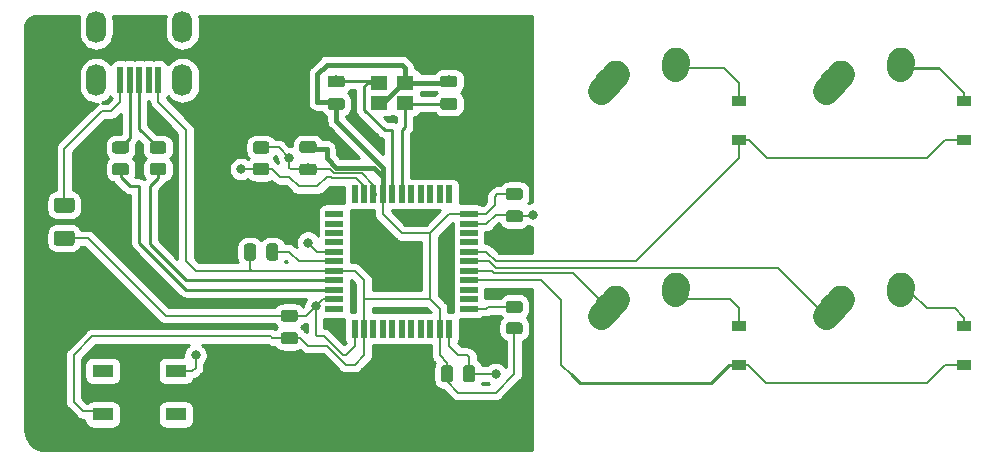
<source format=gbl>
G04 #@! TF.GenerationSoftware,KiCad,Pcbnew,(5.1.4-0-10_14)*
G04 #@! TF.CreationDate,2021-05-05T22:13:24+08:00*
G04 #@! TF.ProjectId,pcb-project,7063622d-7072-46f6-9a65-63742e6b6963,rev?*
G04 #@! TF.SameCoordinates,Original*
G04 #@! TF.FileFunction,Copper,L2,Bot*
G04 #@! TF.FilePolarity,Positive*
%FSLAX46Y46*%
G04 Gerber Fmt 4.6, Leading zero omitted, Abs format (unit mm)*
G04 Created by KiCad (PCBNEW (5.1.4-0-10_14)) date 2021-05-05 22:13:24*
%MOMM*%
%LPD*%
G04 APERTURE LIST*
%ADD10O,1.700000X2.700000*%
%ADD11R,0.500000X2.250000*%
%ADD12R,1.400000X1.200000*%
%ADD13R,0.550000X1.500000*%
%ADD14R,1.500000X0.550000*%
%ADD15R,1.800000X1.100000*%
%ADD16C,0.100000*%
%ADD17C,1.025000*%
%ADD18C,2.250000*%
%ADD19C,2.250000*%
%ADD20C,1.250000*%
%ADD21R,1.200000X0.900000*%
%ADD22C,1.000000*%
%ADD23C,0.800000*%
%ADD24C,0.381000*%
%ADD25C,0.200000*%
%ADD26C,0.254000*%
G04 APERTURE END LIST*
D10*
X166212500Y-104775000D03*
X173512500Y-104775000D03*
X173512500Y-109275000D03*
X166212500Y-109275000D03*
D11*
X168262500Y-109275000D03*
X169062500Y-109275000D03*
X169862500Y-109275000D03*
X170662500Y-109275000D03*
X171462500Y-109275000D03*
D12*
X192393750Y-109481250D03*
X190193750Y-109481250D03*
X190193750Y-111181250D03*
X192393750Y-111181250D03*
D13*
X188087500Y-130318750D03*
X188887500Y-130318750D03*
X189687500Y-130318750D03*
X190487500Y-130318750D03*
X191287500Y-130318750D03*
X192087500Y-130318750D03*
X192887500Y-130318750D03*
X193687500Y-130318750D03*
X194487500Y-130318750D03*
X195287500Y-130318750D03*
X196087500Y-130318750D03*
D14*
X197787500Y-128618750D03*
X197787500Y-127818750D03*
X197787500Y-127018750D03*
X197787500Y-126218750D03*
X197787500Y-125418750D03*
X197787500Y-124618750D03*
X197787500Y-123818750D03*
X197787500Y-123018750D03*
X197787500Y-122218750D03*
X197787500Y-121418750D03*
X197787500Y-120618750D03*
D13*
X196087500Y-118918750D03*
X195287500Y-118918750D03*
X194487500Y-118918750D03*
X193687500Y-118918750D03*
X192887500Y-118918750D03*
X192087500Y-118918750D03*
X191287500Y-118918750D03*
X190487500Y-118918750D03*
X189687500Y-118918750D03*
X188887500Y-118918750D03*
X188087500Y-118918750D03*
D14*
X186387500Y-120618750D03*
X186387500Y-121418750D03*
X186387500Y-122218750D03*
X186387500Y-123018750D03*
X186387500Y-123818750D03*
X186387500Y-124618750D03*
X186387500Y-125418750D03*
X186387500Y-126218750D03*
X186387500Y-127018750D03*
X186387500Y-127818750D03*
X186387500Y-128618750D03*
D15*
X172962500Y-137581250D03*
X166762500Y-133881250D03*
X172962500Y-133881250D03*
X166762500Y-137581250D03*
D16*
G36*
X202087005Y-127957454D02*
G01*
X202111273Y-127961054D01*
X202135072Y-127967015D01*
X202158171Y-127975280D01*
X202180350Y-127985770D01*
X202201393Y-127998382D01*
X202221099Y-128012997D01*
X202239277Y-128029473D01*
X202255753Y-128047651D01*
X202270368Y-128067357D01*
X202282980Y-128088400D01*
X202293470Y-128110579D01*
X202301735Y-128133678D01*
X202307696Y-128157477D01*
X202311296Y-128181745D01*
X202312500Y-128206249D01*
X202312500Y-128731251D01*
X202311296Y-128755755D01*
X202307696Y-128780023D01*
X202301735Y-128803822D01*
X202293470Y-128826921D01*
X202282980Y-128849100D01*
X202270368Y-128870143D01*
X202255753Y-128889849D01*
X202239277Y-128908027D01*
X202221099Y-128924503D01*
X202201393Y-128939118D01*
X202180350Y-128951730D01*
X202158171Y-128962220D01*
X202135072Y-128970485D01*
X202111273Y-128976446D01*
X202087005Y-128980046D01*
X202062501Y-128981250D01*
X201162499Y-128981250D01*
X201137995Y-128980046D01*
X201113727Y-128976446D01*
X201089928Y-128970485D01*
X201066829Y-128962220D01*
X201044650Y-128951730D01*
X201023607Y-128939118D01*
X201003901Y-128924503D01*
X200985723Y-128908027D01*
X200969247Y-128889849D01*
X200954632Y-128870143D01*
X200942020Y-128849100D01*
X200931530Y-128826921D01*
X200923265Y-128803822D01*
X200917304Y-128780023D01*
X200913704Y-128755755D01*
X200912500Y-128731251D01*
X200912500Y-128206249D01*
X200913704Y-128181745D01*
X200917304Y-128157477D01*
X200923265Y-128133678D01*
X200931530Y-128110579D01*
X200942020Y-128088400D01*
X200954632Y-128067357D01*
X200969247Y-128047651D01*
X200985723Y-128029473D01*
X201003901Y-128012997D01*
X201023607Y-127998382D01*
X201044650Y-127985770D01*
X201066829Y-127975280D01*
X201089928Y-127967015D01*
X201113727Y-127961054D01*
X201137995Y-127957454D01*
X201162499Y-127956250D01*
X202062501Y-127956250D01*
X202087005Y-127957454D01*
X202087005Y-127957454D01*
G37*
D17*
X201612500Y-128468750D03*
D16*
G36*
X202087005Y-129782454D02*
G01*
X202111273Y-129786054D01*
X202135072Y-129792015D01*
X202158171Y-129800280D01*
X202180350Y-129810770D01*
X202201393Y-129823382D01*
X202221099Y-129837997D01*
X202239277Y-129854473D01*
X202255753Y-129872651D01*
X202270368Y-129892357D01*
X202282980Y-129913400D01*
X202293470Y-129935579D01*
X202301735Y-129958678D01*
X202307696Y-129982477D01*
X202311296Y-130006745D01*
X202312500Y-130031249D01*
X202312500Y-130556251D01*
X202311296Y-130580755D01*
X202307696Y-130605023D01*
X202301735Y-130628822D01*
X202293470Y-130651921D01*
X202282980Y-130674100D01*
X202270368Y-130695143D01*
X202255753Y-130714849D01*
X202239277Y-130733027D01*
X202221099Y-130749503D01*
X202201393Y-130764118D01*
X202180350Y-130776730D01*
X202158171Y-130787220D01*
X202135072Y-130795485D01*
X202111273Y-130801446D01*
X202087005Y-130805046D01*
X202062501Y-130806250D01*
X201162499Y-130806250D01*
X201137995Y-130805046D01*
X201113727Y-130801446D01*
X201089928Y-130795485D01*
X201066829Y-130787220D01*
X201044650Y-130776730D01*
X201023607Y-130764118D01*
X201003901Y-130749503D01*
X200985723Y-130733027D01*
X200969247Y-130714849D01*
X200954632Y-130695143D01*
X200942020Y-130674100D01*
X200931530Y-130651921D01*
X200923265Y-130628822D01*
X200917304Y-130605023D01*
X200913704Y-130580755D01*
X200912500Y-130556251D01*
X200912500Y-130031249D01*
X200913704Y-130006745D01*
X200917304Y-129982477D01*
X200923265Y-129958678D01*
X200931530Y-129935579D01*
X200942020Y-129913400D01*
X200954632Y-129892357D01*
X200969247Y-129872651D01*
X200985723Y-129854473D01*
X201003901Y-129837997D01*
X201023607Y-129823382D01*
X201044650Y-129810770D01*
X201066829Y-129800280D01*
X201089928Y-129792015D01*
X201113727Y-129786054D01*
X201137995Y-129782454D01*
X201162499Y-129781250D01*
X202062501Y-129781250D01*
X202087005Y-129782454D01*
X202087005Y-129782454D01*
G37*
D17*
X201612500Y-130293750D03*
D16*
G36*
X180655755Y-116288704D02*
G01*
X180680023Y-116292304D01*
X180703822Y-116298265D01*
X180726921Y-116306530D01*
X180749100Y-116317020D01*
X180770143Y-116329632D01*
X180789849Y-116344247D01*
X180808027Y-116360723D01*
X180824503Y-116378901D01*
X180839118Y-116398607D01*
X180851730Y-116419650D01*
X180862220Y-116441829D01*
X180870485Y-116464928D01*
X180876446Y-116488727D01*
X180880046Y-116512995D01*
X180881250Y-116537499D01*
X180881250Y-117062501D01*
X180880046Y-117087005D01*
X180876446Y-117111273D01*
X180870485Y-117135072D01*
X180862220Y-117158171D01*
X180851730Y-117180350D01*
X180839118Y-117201393D01*
X180824503Y-117221099D01*
X180808027Y-117239277D01*
X180789849Y-117255753D01*
X180770143Y-117270368D01*
X180749100Y-117282980D01*
X180726921Y-117293470D01*
X180703822Y-117301735D01*
X180680023Y-117307696D01*
X180655755Y-117311296D01*
X180631251Y-117312500D01*
X179731249Y-117312500D01*
X179706745Y-117311296D01*
X179682477Y-117307696D01*
X179658678Y-117301735D01*
X179635579Y-117293470D01*
X179613400Y-117282980D01*
X179592357Y-117270368D01*
X179572651Y-117255753D01*
X179554473Y-117239277D01*
X179537997Y-117221099D01*
X179523382Y-117201393D01*
X179510770Y-117180350D01*
X179500280Y-117158171D01*
X179492015Y-117135072D01*
X179486054Y-117111273D01*
X179482454Y-117087005D01*
X179481250Y-117062501D01*
X179481250Y-116537499D01*
X179482454Y-116512995D01*
X179486054Y-116488727D01*
X179492015Y-116464928D01*
X179500280Y-116441829D01*
X179510770Y-116419650D01*
X179523382Y-116398607D01*
X179537997Y-116378901D01*
X179554473Y-116360723D01*
X179572651Y-116344247D01*
X179592357Y-116329632D01*
X179613400Y-116317020D01*
X179635579Y-116306530D01*
X179658678Y-116298265D01*
X179682477Y-116292304D01*
X179706745Y-116288704D01*
X179731249Y-116287500D01*
X180631251Y-116287500D01*
X180655755Y-116288704D01*
X180655755Y-116288704D01*
G37*
D17*
X180181250Y-116800000D03*
D16*
G36*
X180655755Y-114463704D02*
G01*
X180680023Y-114467304D01*
X180703822Y-114473265D01*
X180726921Y-114481530D01*
X180749100Y-114492020D01*
X180770143Y-114504632D01*
X180789849Y-114519247D01*
X180808027Y-114535723D01*
X180824503Y-114553901D01*
X180839118Y-114573607D01*
X180851730Y-114594650D01*
X180862220Y-114616829D01*
X180870485Y-114639928D01*
X180876446Y-114663727D01*
X180880046Y-114687995D01*
X180881250Y-114712499D01*
X180881250Y-115237501D01*
X180880046Y-115262005D01*
X180876446Y-115286273D01*
X180870485Y-115310072D01*
X180862220Y-115333171D01*
X180851730Y-115355350D01*
X180839118Y-115376393D01*
X180824503Y-115396099D01*
X180808027Y-115414277D01*
X180789849Y-115430753D01*
X180770143Y-115445368D01*
X180749100Y-115457980D01*
X180726921Y-115468470D01*
X180703822Y-115476735D01*
X180680023Y-115482696D01*
X180655755Y-115486296D01*
X180631251Y-115487500D01*
X179731249Y-115487500D01*
X179706745Y-115486296D01*
X179682477Y-115482696D01*
X179658678Y-115476735D01*
X179635579Y-115468470D01*
X179613400Y-115457980D01*
X179592357Y-115445368D01*
X179572651Y-115430753D01*
X179554473Y-115414277D01*
X179537997Y-115396099D01*
X179523382Y-115376393D01*
X179510770Y-115355350D01*
X179500280Y-115333171D01*
X179492015Y-115310072D01*
X179486054Y-115286273D01*
X179482454Y-115262005D01*
X179481250Y-115237501D01*
X179481250Y-114712499D01*
X179482454Y-114687995D01*
X179486054Y-114663727D01*
X179492015Y-114639928D01*
X179500280Y-114616829D01*
X179510770Y-114594650D01*
X179523382Y-114573607D01*
X179537997Y-114553901D01*
X179554473Y-114535723D01*
X179572651Y-114519247D01*
X179592357Y-114504632D01*
X179613400Y-114492020D01*
X179635579Y-114481530D01*
X179658678Y-114473265D01*
X179682477Y-114467304D01*
X179706745Y-114463704D01*
X179731249Y-114462500D01*
X180631251Y-114462500D01*
X180655755Y-114463704D01*
X180655755Y-114463704D01*
G37*
D17*
X180181250Y-114975000D03*
D16*
G36*
X171924505Y-114463704D02*
G01*
X171948773Y-114467304D01*
X171972572Y-114473265D01*
X171995671Y-114481530D01*
X172017850Y-114492020D01*
X172038893Y-114504632D01*
X172058599Y-114519247D01*
X172076777Y-114535723D01*
X172093253Y-114553901D01*
X172107868Y-114573607D01*
X172120480Y-114594650D01*
X172130970Y-114616829D01*
X172139235Y-114639928D01*
X172145196Y-114663727D01*
X172148796Y-114687995D01*
X172150000Y-114712499D01*
X172150000Y-115237501D01*
X172148796Y-115262005D01*
X172145196Y-115286273D01*
X172139235Y-115310072D01*
X172130970Y-115333171D01*
X172120480Y-115355350D01*
X172107868Y-115376393D01*
X172093253Y-115396099D01*
X172076777Y-115414277D01*
X172058599Y-115430753D01*
X172038893Y-115445368D01*
X172017850Y-115457980D01*
X171995671Y-115468470D01*
X171972572Y-115476735D01*
X171948773Y-115482696D01*
X171924505Y-115486296D01*
X171900001Y-115487500D01*
X170999999Y-115487500D01*
X170975495Y-115486296D01*
X170951227Y-115482696D01*
X170927428Y-115476735D01*
X170904329Y-115468470D01*
X170882150Y-115457980D01*
X170861107Y-115445368D01*
X170841401Y-115430753D01*
X170823223Y-115414277D01*
X170806747Y-115396099D01*
X170792132Y-115376393D01*
X170779520Y-115355350D01*
X170769030Y-115333171D01*
X170760765Y-115310072D01*
X170754804Y-115286273D01*
X170751204Y-115262005D01*
X170750000Y-115237501D01*
X170750000Y-114712499D01*
X170751204Y-114687995D01*
X170754804Y-114663727D01*
X170760765Y-114639928D01*
X170769030Y-114616829D01*
X170779520Y-114594650D01*
X170792132Y-114573607D01*
X170806747Y-114553901D01*
X170823223Y-114535723D01*
X170841401Y-114519247D01*
X170861107Y-114504632D01*
X170882150Y-114492020D01*
X170904329Y-114481530D01*
X170927428Y-114473265D01*
X170951227Y-114467304D01*
X170975495Y-114463704D01*
X170999999Y-114462500D01*
X171900001Y-114462500D01*
X171924505Y-114463704D01*
X171924505Y-114463704D01*
G37*
D17*
X171450000Y-114975000D03*
D16*
G36*
X171924505Y-116288704D02*
G01*
X171948773Y-116292304D01*
X171972572Y-116298265D01*
X171995671Y-116306530D01*
X172017850Y-116317020D01*
X172038893Y-116329632D01*
X172058599Y-116344247D01*
X172076777Y-116360723D01*
X172093253Y-116378901D01*
X172107868Y-116398607D01*
X172120480Y-116419650D01*
X172130970Y-116441829D01*
X172139235Y-116464928D01*
X172145196Y-116488727D01*
X172148796Y-116512995D01*
X172150000Y-116537499D01*
X172150000Y-117062501D01*
X172148796Y-117087005D01*
X172145196Y-117111273D01*
X172139235Y-117135072D01*
X172130970Y-117158171D01*
X172120480Y-117180350D01*
X172107868Y-117201393D01*
X172093253Y-117221099D01*
X172076777Y-117239277D01*
X172058599Y-117255753D01*
X172038893Y-117270368D01*
X172017850Y-117282980D01*
X171995671Y-117293470D01*
X171972572Y-117301735D01*
X171948773Y-117307696D01*
X171924505Y-117311296D01*
X171900001Y-117312500D01*
X170999999Y-117312500D01*
X170975495Y-117311296D01*
X170951227Y-117307696D01*
X170927428Y-117301735D01*
X170904329Y-117293470D01*
X170882150Y-117282980D01*
X170861107Y-117270368D01*
X170841401Y-117255753D01*
X170823223Y-117239277D01*
X170806747Y-117221099D01*
X170792132Y-117201393D01*
X170779520Y-117180350D01*
X170769030Y-117158171D01*
X170760765Y-117135072D01*
X170754804Y-117111273D01*
X170751204Y-117087005D01*
X170750000Y-117062501D01*
X170750000Y-116537499D01*
X170751204Y-116512995D01*
X170754804Y-116488727D01*
X170760765Y-116464928D01*
X170769030Y-116441829D01*
X170779520Y-116419650D01*
X170792132Y-116398607D01*
X170806747Y-116378901D01*
X170823223Y-116360723D01*
X170841401Y-116344247D01*
X170861107Y-116329632D01*
X170882150Y-116317020D01*
X170904329Y-116306530D01*
X170927428Y-116298265D01*
X170951227Y-116292304D01*
X170975495Y-116288704D01*
X170999999Y-116287500D01*
X171900001Y-116287500D01*
X171924505Y-116288704D01*
X171924505Y-116288704D01*
G37*
D17*
X171450000Y-116800000D03*
D16*
G36*
X168749505Y-114463704D02*
G01*
X168773773Y-114467304D01*
X168797572Y-114473265D01*
X168820671Y-114481530D01*
X168842850Y-114492020D01*
X168863893Y-114504632D01*
X168883599Y-114519247D01*
X168901777Y-114535723D01*
X168918253Y-114553901D01*
X168932868Y-114573607D01*
X168945480Y-114594650D01*
X168955970Y-114616829D01*
X168964235Y-114639928D01*
X168970196Y-114663727D01*
X168973796Y-114687995D01*
X168975000Y-114712499D01*
X168975000Y-115237501D01*
X168973796Y-115262005D01*
X168970196Y-115286273D01*
X168964235Y-115310072D01*
X168955970Y-115333171D01*
X168945480Y-115355350D01*
X168932868Y-115376393D01*
X168918253Y-115396099D01*
X168901777Y-115414277D01*
X168883599Y-115430753D01*
X168863893Y-115445368D01*
X168842850Y-115457980D01*
X168820671Y-115468470D01*
X168797572Y-115476735D01*
X168773773Y-115482696D01*
X168749505Y-115486296D01*
X168725001Y-115487500D01*
X167824999Y-115487500D01*
X167800495Y-115486296D01*
X167776227Y-115482696D01*
X167752428Y-115476735D01*
X167729329Y-115468470D01*
X167707150Y-115457980D01*
X167686107Y-115445368D01*
X167666401Y-115430753D01*
X167648223Y-115414277D01*
X167631747Y-115396099D01*
X167617132Y-115376393D01*
X167604520Y-115355350D01*
X167594030Y-115333171D01*
X167585765Y-115310072D01*
X167579804Y-115286273D01*
X167576204Y-115262005D01*
X167575000Y-115237501D01*
X167575000Y-114712499D01*
X167576204Y-114687995D01*
X167579804Y-114663727D01*
X167585765Y-114639928D01*
X167594030Y-114616829D01*
X167604520Y-114594650D01*
X167617132Y-114573607D01*
X167631747Y-114553901D01*
X167648223Y-114535723D01*
X167666401Y-114519247D01*
X167686107Y-114504632D01*
X167707150Y-114492020D01*
X167729329Y-114481530D01*
X167752428Y-114473265D01*
X167776227Y-114467304D01*
X167800495Y-114463704D01*
X167824999Y-114462500D01*
X168725001Y-114462500D01*
X168749505Y-114463704D01*
X168749505Y-114463704D01*
G37*
D17*
X168275000Y-114975000D03*
D16*
G36*
X168749505Y-116288704D02*
G01*
X168773773Y-116292304D01*
X168797572Y-116298265D01*
X168820671Y-116306530D01*
X168842850Y-116317020D01*
X168863893Y-116329632D01*
X168883599Y-116344247D01*
X168901777Y-116360723D01*
X168918253Y-116378901D01*
X168932868Y-116398607D01*
X168945480Y-116419650D01*
X168955970Y-116441829D01*
X168964235Y-116464928D01*
X168970196Y-116488727D01*
X168973796Y-116512995D01*
X168975000Y-116537499D01*
X168975000Y-117062501D01*
X168973796Y-117087005D01*
X168970196Y-117111273D01*
X168964235Y-117135072D01*
X168955970Y-117158171D01*
X168945480Y-117180350D01*
X168932868Y-117201393D01*
X168918253Y-117221099D01*
X168901777Y-117239277D01*
X168883599Y-117255753D01*
X168863893Y-117270368D01*
X168842850Y-117282980D01*
X168820671Y-117293470D01*
X168797572Y-117301735D01*
X168773773Y-117307696D01*
X168749505Y-117311296D01*
X168725001Y-117312500D01*
X167824999Y-117312500D01*
X167800495Y-117311296D01*
X167776227Y-117307696D01*
X167752428Y-117301735D01*
X167729329Y-117293470D01*
X167707150Y-117282980D01*
X167686107Y-117270368D01*
X167666401Y-117255753D01*
X167648223Y-117239277D01*
X167631747Y-117221099D01*
X167617132Y-117201393D01*
X167604520Y-117180350D01*
X167594030Y-117158171D01*
X167585765Y-117135072D01*
X167579804Y-117111273D01*
X167576204Y-117087005D01*
X167575000Y-117062501D01*
X167575000Y-116537499D01*
X167576204Y-116512995D01*
X167579804Y-116488727D01*
X167585765Y-116464928D01*
X167594030Y-116441829D01*
X167604520Y-116419650D01*
X167617132Y-116398607D01*
X167631747Y-116378901D01*
X167648223Y-116360723D01*
X167666401Y-116344247D01*
X167686107Y-116329632D01*
X167707150Y-116317020D01*
X167729329Y-116306530D01*
X167752428Y-116298265D01*
X167776227Y-116292304D01*
X167800495Y-116288704D01*
X167824999Y-116287500D01*
X168725001Y-116287500D01*
X168749505Y-116288704D01*
X168749505Y-116288704D01*
G37*
D17*
X168275000Y-116800000D03*
D18*
X229275000Y-127762500D03*
X228620001Y-128492500D03*
D19*
X227965000Y-129222500D02*
X229275002Y-127762500D01*
D18*
X234315000Y-126682500D03*
X234295000Y-126972500D03*
D19*
X234275000Y-127262500D02*
X234315000Y-126682500D01*
D18*
X210225000Y-127762500D03*
X209570001Y-128492500D03*
D19*
X208915000Y-129222500D02*
X210225002Y-127762500D01*
D18*
X215265000Y-126682500D03*
X215245000Y-126972500D03*
D19*
X215225000Y-127262500D02*
X215265000Y-126682500D01*
D18*
X229275000Y-108712500D03*
X228620001Y-109442500D03*
D19*
X227965000Y-110172500D02*
X229275002Y-108712500D01*
D18*
X234315000Y-107632500D03*
X234295000Y-107922500D03*
D19*
X234275000Y-108212500D02*
X234315000Y-107632500D01*
D18*
X210225000Y-108712500D03*
X209570001Y-109442500D03*
D19*
X208915000Y-110172500D02*
X210225002Y-108712500D01*
D18*
X215265000Y-107632500D03*
X215245000Y-107922500D03*
D19*
X215225000Y-108212500D02*
X215265000Y-107632500D01*
D16*
G36*
X164162004Y-119232454D02*
G01*
X164186273Y-119236054D01*
X164210071Y-119242015D01*
X164233171Y-119250280D01*
X164255349Y-119260770D01*
X164276393Y-119273383D01*
X164296098Y-119287997D01*
X164314277Y-119304473D01*
X164330753Y-119322652D01*
X164345367Y-119342357D01*
X164357980Y-119363401D01*
X164368470Y-119385579D01*
X164376735Y-119408679D01*
X164382696Y-119432477D01*
X164386296Y-119456746D01*
X164387500Y-119481250D01*
X164387500Y-120231250D01*
X164386296Y-120255754D01*
X164382696Y-120280023D01*
X164376735Y-120303821D01*
X164368470Y-120326921D01*
X164357980Y-120349099D01*
X164345367Y-120370143D01*
X164330753Y-120389848D01*
X164314277Y-120408027D01*
X164296098Y-120424503D01*
X164276393Y-120439117D01*
X164255349Y-120451730D01*
X164233171Y-120462220D01*
X164210071Y-120470485D01*
X164186273Y-120476446D01*
X164162004Y-120480046D01*
X164137500Y-120481250D01*
X162887500Y-120481250D01*
X162862996Y-120480046D01*
X162838727Y-120476446D01*
X162814929Y-120470485D01*
X162791829Y-120462220D01*
X162769651Y-120451730D01*
X162748607Y-120439117D01*
X162728902Y-120424503D01*
X162710723Y-120408027D01*
X162694247Y-120389848D01*
X162679633Y-120370143D01*
X162667020Y-120349099D01*
X162656530Y-120326921D01*
X162648265Y-120303821D01*
X162642304Y-120280023D01*
X162638704Y-120255754D01*
X162637500Y-120231250D01*
X162637500Y-119481250D01*
X162638704Y-119456746D01*
X162642304Y-119432477D01*
X162648265Y-119408679D01*
X162656530Y-119385579D01*
X162667020Y-119363401D01*
X162679633Y-119342357D01*
X162694247Y-119322652D01*
X162710723Y-119304473D01*
X162728902Y-119287997D01*
X162748607Y-119273383D01*
X162769651Y-119260770D01*
X162791829Y-119250280D01*
X162814929Y-119242015D01*
X162838727Y-119236054D01*
X162862996Y-119232454D01*
X162887500Y-119231250D01*
X164137500Y-119231250D01*
X164162004Y-119232454D01*
X164162004Y-119232454D01*
G37*
D20*
X163512500Y-119856250D03*
D16*
G36*
X164162004Y-122032454D02*
G01*
X164186273Y-122036054D01*
X164210071Y-122042015D01*
X164233171Y-122050280D01*
X164255349Y-122060770D01*
X164276393Y-122073383D01*
X164296098Y-122087997D01*
X164314277Y-122104473D01*
X164330753Y-122122652D01*
X164345367Y-122142357D01*
X164357980Y-122163401D01*
X164368470Y-122185579D01*
X164376735Y-122208679D01*
X164382696Y-122232477D01*
X164386296Y-122256746D01*
X164387500Y-122281250D01*
X164387500Y-123031250D01*
X164386296Y-123055754D01*
X164382696Y-123080023D01*
X164376735Y-123103821D01*
X164368470Y-123126921D01*
X164357980Y-123149099D01*
X164345367Y-123170143D01*
X164330753Y-123189848D01*
X164314277Y-123208027D01*
X164296098Y-123224503D01*
X164276393Y-123239117D01*
X164255349Y-123251730D01*
X164233171Y-123262220D01*
X164210071Y-123270485D01*
X164186273Y-123276446D01*
X164162004Y-123280046D01*
X164137500Y-123281250D01*
X162887500Y-123281250D01*
X162862996Y-123280046D01*
X162838727Y-123276446D01*
X162814929Y-123270485D01*
X162791829Y-123262220D01*
X162769651Y-123251730D01*
X162748607Y-123239117D01*
X162728902Y-123224503D01*
X162710723Y-123208027D01*
X162694247Y-123189848D01*
X162679633Y-123170143D01*
X162667020Y-123149099D01*
X162656530Y-123126921D01*
X162648265Y-123103821D01*
X162642304Y-123080023D01*
X162638704Y-123055754D01*
X162637500Y-123031250D01*
X162637500Y-122281250D01*
X162638704Y-122256746D01*
X162642304Y-122232477D01*
X162648265Y-122208679D01*
X162656530Y-122185579D01*
X162667020Y-122163401D01*
X162679633Y-122142357D01*
X162694247Y-122122652D01*
X162710723Y-122104473D01*
X162728902Y-122087997D01*
X162748607Y-122073383D01*
X162769651Y-122060770D01*
X162791829Y-122050280D01*
X162814929Y-122042015D01*
X162838727Y-122036054D01*
X162862996Y-122032454D01*
X162887500Y-122031250D01*
X164137500Y-122031250D01*
X164162004Y-122032454D01*
X164162004Y-122032454D01*
G37*
D20*
X163512500Y-122656250D03*
D21*
X239712500Y-130112500D03*
X239712500Y-133412500D03*
X239712500Y-111062500D03*
X239712500Y-114362500D03*
X220662500Y-130112500D03*
X220662500Y-133412500D03*
X220662500Y-111062500D03*
X220662500Y-114362500D03*
D16*
G36*
X183062004Y-130626204D02*
G01*
X183086273Y-130629804D01*
X183110071Y-130635765D01*
X183133171Y-130644030D01*
X183155349Y-130654520D01*
X183176393Y-130667133D01*
X183196098Y-130681747D01*
X183214277Y-130698223D01*
X183230753Y-130716402D01*
X183245367Y-130736107D01*
X183257980Y-130757151D01*
X183268470Y-130779329D01*
X183276735Y-130802429D01*
X183282696Y-130826227D01*
X183286296Y-130850496D01*
X183287500Y-130875000D01*
X183287500Y-131375000D01*
X183286296Y-131399504D01*
X183282696Y-131423773D01*
X183276735Y-131447571D01*
X183268470Y-131470671D01*
X183257980Y-131492849D01*
X183245367Y-131513893D01*
X183230753Y-131533598D01*
X183214277Y-131551777D01*
X183196098Y-131568253D01*
X183176393Y-131582867D01*
X183155349Y-131595480D01*
X183133171Y-131605970D01*
X183110071Y-131614235D01*
X183086273Y-131620196D01*
X183062004Y-131623796D01*
X183037500Y-131625000D01*
X182087500Y-131625000D01*
X182062996Y-131623796D01*
X182038727Y-131620196D01*
X182014929Y-131614235D01*
X181991829Y-131605970D01*
X181969651Y-131595480D01*
X181948607Y-131582867D01*
X181928902Y-131568253D01*
X181910723Y-131551777D01*
X181894247Y-131533598D01*
X181879633Y-131513893D01*
X181867020Y-131492849D01*
X181856530Y-131470671D01*
X181848265Y-131447571D01*
X181842304Y-131423773D01*
X181838704Y-131399504D01*
X181837500Y-131375000D01*
X181837500Y-130875000D01*
X181838704Y-130850496D01*
X181842304Y-130826227D01*
X181848265Y-130802429D01*
X181856530Y-130779329D01*
X181867020Y-130757151D01*
X181879633Y-130736107D01*
X181894247Y-130716402D01*
X181910723Y-130698223D01*
X181928902Y-130681747D01*
X181948607Y-130667133D01*
X181969651Y-130654520D01*
X181991829Y-130644030D01*
X182014929Y-130635765D01*
X182038727Y-130629804D01*
X182062996Y-130626204D01*
X182087500Y-130625000D01*
X183037500Y-130625000D01*
X183062004Y-130626204D01*
X183062004Y-130626204D01*
G37*
D22*
X182562500Y-131125000D03*
D16*
G36*
X183062004Y-128726204D02*
G01*
X183086273Y-128729804D01*
X183110071Y-128735765D01*
X183133171Y-128744030D01*
X183155349Y-128754520D01*
X183176393Y-128767133D01*
X183196098Y-128781747D01*
X183214277Y-128798223D01*
X183230753Y-128816402D01*
X183245367Y-128836107D01*
X183257980Y-128857151D01*
X183268470Y-128879329D01*
X183276735Y-128902429D01*
X183282696Y-128926227D01*
X183286296Y-128950496D01*
X183287500Y-128975000D01*
X183287500Y-129475000D01*
X183286296Y-129499504D01*
X183282696Y-129523773D01*
X183276735Y-129547571D01*
X183268470Y-129570671D01*
X183257980Y-129592849D01*
X183245367Y-129613893D01*
X183230753Y-129633598D01*
X183214277Y-129651777D01*
X183196098Y-129668253D01*
X183176393Y-129682867D01*
X183155349Y-129695480D01*
X183133171Y-129705970D01*
X183110071Y-129714235D01*
X183086273Y-129720196D01*
X183062004Y-129723796D01*
X183037500Y-129725000D01*
X182087500Y-129725000D01*
X182062996Y-129723796D01*
X182038727Y-129720196D01*
X182014929Y-129714235D01*
X181991829Y-129705970D01*
X181969651Y-129695480D01*
X181948607Y-129682867D01*
X181928902Y-129668253D01*
X181910723Y-129651777D01*
X181894247Y-129633598D01*
X181879633Y-129613893D01*
X181867020Y-129592849D01*
X181856530Y-129570671D01*
X181848265Y-129547571D01*
X181842304Y-129523773D01*
X181838704Y-129499504D01*
X181837500Y-129475000D01*
X181837500Y-128975000D01*
X181838704Y-128950496D01*
X181842304Y-128926227D01*
X181848265Y-128902429D01*
X181856530Y-128879329D01*
X181867020Y-128857151D01*
X181879633Y-128836107D01*
X181894247Y-128816402D01*
X181910723Y-128798223D01*
X181928902Y-128781747D01*
X181948607Y-128767133D01*
X181969651Y-128754520D01*
X181991829Y-128744030D01*
X182014929Y-128735765D01*
X182038727Y-128729804D01*
X182062996Y-128726204D01*
X182087500Y-128725000D01*
X183037500Y-128725000D01*
X183062004Y-128726204D01*
X183062004Y-128726204D01*
G37*
D22*
X182562500Y-129225000D03*
D16*
G36*
X196174504Y-133419954D02*
G01*
X196198773Y-133423554D01*
X196222571Y-133429515D01*
X196245671Y-133437780D01*
X196267849Y-133448270D01*
X196288893Y-133460883D01*
X196308598Y-133475497D01*
X196326777Y-133491973D01*
X196343253Y-133510152D01*
X196357867Y-133529857D01*
X196370480Y-133550901D01*
X196380970Y-133573079D01*
X196389235Y-133596179D01*
X196395196Y-133619977D01*
X196398796Y-133644246D01*
X196400000Y-133668750D01*
X196400000Y-134618750D01*
X196398796Y-134643254D01*
X196395196Y-134667523D01*
X196389235Y-134691321D01*
X196380970Y-134714421D01*
X196370480Y-134736599D01*
X196357867Y-134757643D01*
X196343253Y-134777348D01*
X196326777Y-134795527D01*
X196308598Y-134812003D01*
X196288893Y-134826617D01*
X196267849Y-134839230D01*
X196245671Y-134849720D01*
X196222571Y-134857985D01*
X196198773Y-134863946D01*
X196174504Y-134867546D01*
X196150000Y-134868750D01*
X195650000Y-134868750D01*
X195625496Y-134867546D01*
X195601227Y-134863946D01*
X195577429Y-134857985D01*
X195554329Y-134849720D01*
X195532151Y-134839230D01*
X195511107Y-134826617D01*
X195491402Y-134812003D01*
X195473223Y-134795527D01*
X195456747Y-134777348D01*
X195442133Y-134757643D01*
X195429520Y-134736599D01*
X195419030Y-134714421D01*
X195410765Y-134691321D01*
X195404804Y-134667523D01*
X195401204Y-134643254D01*
X195400000Y-134618750D01*
X195400000Y-133668750D01*
X195401204Y-133644246D01*
X195404804Y-133619977D01*
X195410765Y-133596179D01*
X195419030Y-133573079D01*
X195429520Y-133550901D01*
X195442133Y-133529857D01*
X195456747Y-133510152D01*
X195473223Y-133491973D01*
X195491402Y-133475497D01*
X195511107Y-133460883D01*
X195532151Y-133448270D01*
X195554329Y-133437780D01*
X195577429Y-133429515D01*
X195601227Y-133423554D01*
X195625496Y-133419954D01*
X195650000Y-133418750D01*
X196150000Y-133418750D01*
X196174504Y-133419954D01*
X196174504Y-133419954D01*
G37*
D22*
X195900000Y-134143750D03*
D16*
G36*
X198074504Y-133419954D02*
G01*
X198098773Y-133423554D01*
X198122571Y-133429515D01*
X198145671Y-133437780D01*
X198167849Y-133448270D01*
X198188893Y-133460883D01*
X198208598Y-133475497D01*
X198226777Y-133491973D01*
X198243253Y-133510152D01*
X198257867Y-133529857D01*
X198270480Y-133550901D01*
X198280970Y-133573079D01*
X198289235Y-133596179D01*
X198295196Y-133619977D01*
X198298796Y-133644246D01*
X198300000Y-133668750D01*
X198300000Y-134618750D01*
X198298796Y-134643254D01*
X198295196Y-134667523D01*
X198289235Y-134691321D01*
X198280970Y-134714421D01*
X198270480Y-134736599D01*
X198257867Y-134757643D01*
X198243253Y-134777348D01*
X198226777Y-134795527D01*
X198208598Y-134812003D01*
X198188893Y-134826617D01*
X198167849Y-134839230D01*
X198145671Y-134849720D01*
X198122571Y-134857985D01*
X198098773Y-134863946D01*
X198074504Y-134867546D01*
X198050000Y-134868750D01*
X197550000Y-134868750D01*
X197525496Y-134867546D01*
X197501227Y-134863946D01*
X197477429Y-134857985D01*
X197454329Y-134849720D01*
X197432151Y-134839230D01*
X197411107Y-134826617D01*
X197391402Y-134812003D01*
X197373223Y-134795527D01*
X197356747Y-134777348D01*
X197342133Y-134757643D01*
X197329520Y-134736599D01*
X197319030Y-134714421D01*
X197310765Y-134691321D01*
X197304804Y-134667523D01*
X197301204Y-134643254D01*
X197300000Y-134618750D01*
X197300000Y-133668750D01*
X197301204Y-133644246D01*
X197304804Y-133619977D01*
X197310765Y-133596179D01*
X197319030Y-133573079D01*
X197329520Y-133550901D01*
X197342133Y-133529857D01*
X197356747Y-133510152D01*
X197373223Y-133491973D01*
X197391402Y-133475497D01*
X197411107Y-133460883D01*
X197432151Y-133448270D01*
X197454329Y-133437780D01*
X197477429Y-133429515D01*
X197501227Y-133423554D01*
X197525496Y-133419954D01*
X197550000Y-133418750D01*
X198050000Y-133418750D01*
X198074504Y-133419954D01*
X198074504Y-133419954D01*
G37*
D22*
X197800000Y-134143750D03*
D16*
G36*
X179505754Y-123101204D02*
G01*
X179530023Y-123104804D01*
X179553821Y-123110765D01*
X179576921Y-123119030D01*
X179599099Y-123129520D01*
X179620143Y-123142133D01*
X179639848Y-123156747D01*
X179658027Y-123173223D01*
X179674503Y-123191402D01*
X179689117Y-123211107D01*
X179701730Y-123232151D01*
X179712220Y-123254329D01*
X179720485Y-123277429D01*
X179726446Y-123301227D01*
X179730046Y-123325496D01*
X179731250Y-123350000D01*
X179731250Y-124300000D01*
X179730046Y-124324504D01*
X179726446Y-124348773D01*
X179720485Y-124372571D01*
X179712220Y-124395671D01*
X179701730Y-124417849D01*
X179689117Y-124438893D01*
X179674503Y-124458598D01*
X179658027Y-124476777D01*
X179639848Y-124493253D01*
X179620143Y-124507867D01*
X179599099Y-124520480D01*
X179576921Y-124530970D01*
X179553821Y-124539235D01*
X179530023Y-124545196D01*
X179505754Y-124548796D01*
X179481250Y-124550000D01*
X178981250Y-124550000D01*
X178956746Y-124548796D01*
X178932477Y-124545196D01*
X178908679Y-124539235D01*
X178885579Y-124530970D01*
X178863401Y-124520480D01*
X178842357Y-124507867D01*
X178822652Y-124493253D01*
X178804473Y-124476777D01*
X178787997Y-124458598D01*
X178773383Y-124438893D01*
X178760770Y-124417849D01*
X178750280Y-124395671D01*
X178742015Y-124372571D01*
X178736054Y-124348773D01*
X178732454Y-124324504D01*
X178731250Y-124300000D01*
X178731250Y-123350000D01*
X178732454Y-123325496D01*
X178736054Y-123301227D01*
X178742015Y-123277429D01*
X178750280Y-123254329D01*
X178760770Y-123232151D01*
X178773383Y-123211107D01*
X178787997Y-123191402D01*
X178804473Y-123173223D01*
X178822652Y-123156747D01*
X178842357Y-123142133D01*
X178863401Y-123129520D01*
X178885579Y-123119030D01*
X178908679Y-123110765D01*
X178932477Y-123104804D01*
X178956746Y-123101204D01*
X178981250Y-123100000D01*
X179481250Y-123100000D01*
X179505754Y-123101204D01*
X179505754Y-123101204D01*
G37*
D22*
X179231250Y-123825000D03*
D16*
G36*
X181405754Y-123101204D02*
G01*
X181430023Y-123104804D01*
X181453821Y-123110765D01*
X181476921Y-123119030D01*
X181499099Y-123129520D01*
X181520143Y-123142133D01*
X181539848Y-123156747D01*
X181558027Y-123173223D01*
X181574503Y-123191402D01*
X181589117Y-123211107D01*
X181601730Y-123232151D01*
X181612220Y-123254329D01*
X181620485Y-123277429D01*
X181626446Y-123301227D01*
X181630046Y-123325496D01*
X181631250Y-123350000D01*
X181631250Y-124300000D01*
X181630046Y-124324504D01*
X181626446Y-124348773D01*
X181620485Y-124372571D01*
X181612220Y-124395671D01*
X181601730Y-124417849D01*
X181589117Y-124438893D01*
X181574503Y-124458598D01*
X181558027Y-124476777D01*
X181539848Y-124493253D01*
X181520143Y-124507867D01*
X181499099Y-124520480D01*
X181476921Y-124530970D01*
X181453821Y-124539235D01*
X181430023Y-124545196D01*
X181405754Y-124548796D01*
X181381250Y-124550000D01*
X180881250Y-124550000D01*
X180856746Y-124548796D01*
X180832477Y-124545196D01*
X180808679Y-124539235D01*
X180785579Y-124530970D01*
X180763401Y-124520480D01*
X180742357Y-124507867D01*
X180722652Y-124493253D01*
X180704473Y-124476777D01*
X180687997Y-124458598D01*
X180673383Y-124438893D01*
X180660770Y-124417849D01*
X180650280Y-124395671D01*
X180642015Y-124372571D01*
X180636054Y-124348773D01*
X180632454Y-124324504D01*
X180631250Y-124300000D01*
X180631250Y-123350000D01*
X180632454Y-123325496D01*
X180636054Y-123301227D01*
X180642015Y-123277429D01*
X180650280Y-123254329D01*
X180660770Y-123232151D01*
X180673383Y-123211107D01*
X180687997Y-123191402D01*
X180704473Y-123173223D01*
X180722652Y-123156747D01*
X180742357Y-123142133D01*
X180763401Y-123129520D01*
X180785579Y-123119030D01*
X180808679Y-123110765D01*
X180832477Y-123104804D01*
X180856746Y-123101204D01*
X180881250Y-123100000D01*
X181381250Y-123100000D01*
X181405754Y-123101204D01*
X181405754Y-123101204D01*
G37*
D22*
X181131250Y-123825000D03*
D16*
G36*
X202112004Y-118407454D02*
G01*
X202136273Y-118411054D01*
X202160071Y-118417015D01*
X202183171Y-118425280D01*
X202205349Y-118435770D01*
X202226393Y-118448383D01*
X202246098Y-118462997D01*
X202264277Y-118479473D01*
X202280753Y-118497652D01*
X202295367Y-118517357D01*
X202307980Y-118538401D01*
X202318470Y-118560579D01*
X202326735Y-118583679D01*
X202332696Y-118607477D01*
X202336296Y-118631746D01*
X202337500Y-118656250D01*
X202337500Y-119156250D01*
X202336296Y-119180754D01*
X202332696Y-119205023D01*
X202326735Y-119228821D01*
X202318470Y-119251921D01*
X202307980Y-119274099D01*
X202295367Y-119295143D01*
X202280753Y-119314848D01*
X202264277Y-119333027D01*
X202246098Y-119349503D01*
X202226393Y-119364117D01*
X202205349Y-119376730D01*
X202183171Y-119387220D01*
X202160071Y-119395485D01*
X202136273Y-119401446D01*
X202112004Y-119405046D01*
X202087500Y-119406250D01*
X201137500Y-119406250D01*
X201112996Y-119405046D01*
X201088727Y-119401446D01*
X201064929Y-119395485D01*
X201041829Y-119387220D01*
X201019651Y-119376730D01*
X200998607Y-119364117D01*
X200978902Y-119349503D01*
X200960723Y-119333027D01*
X200944247Y-119314848D01*
X200929633Y-119295143D01*
X200917020Y-119274099D01*
X200906530Y-119251921D01*
X200898265Y-119228821D01*
X200892304Y-119205023D01*
X200888704Y-119180754D01*
X200887500Y-119156250D01*
X200887500Y-118656250D01*
X200888704Y-118631746D01*
X200892304Y-118607477D01*
X200898265Y-118583679D01*
X200906530Y-118560579D01*
X200917020Y-118538401D01*
X200929633Y-118517357D01*
X200944247Y-118497652D01*
X200960723Y-118479473D01*
X200978902Y-118462997D01*
X200998607Y-118448383D01*
X201019651Y-118435770D01*
X201041829Y-118425280D01*
X201064929Y-118417015D01*
X201088727Y-118411054D01*
X201112996Y-118407454D01*
X201137500Y-118406250D01*
X202087500Y-118406250D01*
X202112004Y-118407454D01*
X202112004Y-118407454D01*
G37*
D22*
X201612500Y-118906250D03*
D16*
G36*
X202112004Y-120307454D02*
G01*
X202136273Y-120311054D01*
X202160071Y-120317015D01*
X202183171Y-120325280D01*
X202205349Y-120335770D01*
X202226393Y-120348383D01*
X202246098Y-120362997D01*
X202264277Y-120379473D01*
X202280753Y-120397652D01*
X202295367Y-120417357D01*
X202307980Y-120438401D01*
X202318470Y-120460579D01*
X202326735Y-120483679D01*
X202332696Y-120507477D01*
X202336296Y-120531746D01*
X202337500Y-120556250D01*
X202337500Y-121056250D01*
X202336296Y-121080754D01*
X202332696Y-121105023D01*
X202326735Y-121128821D01*
X202318470Y-121151921D01*
X202307980Y-121174099D01*
X202295367Y-121195143D01*
X202280753Y-121214848D01*
X202264277Y-121233027D01*
X202246098Y-121249503D01*
X202226393Y-121264117D01*
X202205349Y-121276730D01*
X202183171Y-121287220D01*
X202160071Y-121295485D01*
X202136273Y-121301446D01*
X202112004Y-121305046D01*
X202087500Y-121306250D01*
X201137500Y-121306250D01*
X201112996Y-121305046D01*
X201088727Y-121301446D01*
X201064929Y-121295485D01*
X201041829Y-121287220D01*
X201019651Y-121276730D01*
X200998607Y-121264117D01*
X200978902Y-121249503D01*
X200960723Y-121233027D01*
X200944247Y-121214848D01*
X200929633Y-121195143D01*
X200917020Y-121174099D01*
X200906530Y-121151921D01*
X200898265Y-121128821D01*
X200892304Y-121105023D01*
X200888704Y-121080754D01*
X200887500Y-121056250D01*
X200887500Y-120556250D01*
X200888704Y-120531746D01*
X200892304Y-120507477D01*
X200898265Y-120483679D01*
X200906530Y-120460579D01*
X200917020Y-120438401D01*
X200929633Y-120417357D01*
X200944247Y-120397652D01*
X200960723Y-120379473D01*
X200978902Y-120362997D01*
X200998607Y-120348383D01*
X201019651Y-120335770D01*
X201041829Y-120325280D01*
X201064929Y-120317015D01*
X201088727Y-120311054D01*
X201112996Y-120307454D01*
X201137500Y-120306250D01*
X202087500Y-120306250D01*
X202112004Y-120307454D01*
X202112004Y-120307454D01*
G37*
D22*
X201612500Y-120806250D03*
D16*
G36*
X187030754Y-110782454D02*
G01*
X187055023Y-110786054D01*
X187078821Y-110792015D01*
X187101921Y-110800280D01*
X187124099Y-110810770D01*
X187145143Y-110823383D01*
X187164848Y-110837997D01*
X187183027Y-110854473D01*
X187199503Y-110872652D01*
X187214117Y-110892357D01*
X187226730Y-110913401D01*
X187237220Y-110935579D01*
X187245485Y-110958679D01*
X187251446Y-110982477D01*
X187255046Y-111006746D01*
X187256250Y-111031250D01*
X187256250Y-111531250D01*
X187255046Y-111555754D01*
X187251446Y-111580023D01*
X187245485Y-111603821D01*
X187237220Y-111626921D01*
X187226730Y-111649099D01*
X187214117Y-111670143D01*
X187199503Y-111689848D01*
X187183027Y-111708027D01*
X187164848Y-111724503D01*
X187145143Y-111739117D01*
X187124099Y-111751730D01*
X187101921Y-111762220D01*
X187078821Y-111770485D01*
X187055023Y-111776446D01*
X187030754Y-111780046D01*
X187006250Y-111781250D01*
X186056250Y-111781250D01*
X186031746Y-111780046D01*
X186007477Y-111776446D01*
X185983679Y-111770485D01*
X185960579Y-111762220D01*
X185938401Y-111751730D01*
X185917357Y-111739117D01*
X185897652Y-111724503D01*
X185879473Y-111708027D01*
X185862997Y-111689848D01*
X185848383Y-111670143D01*
X185835770Y-111649099D01*
X185825280Y-111626921D01*
X185817015Y-111603821D01*
X185811054Y-111580023D01*
X185807454Y-111555754D01*
X185806250Y-111531250D01*
X185806250Y-111031250D01*
X185807454Y-111006746D01*
X185811054Y-110982477D01*
X185817015Y-110958679D01*
X185825280Y-110935579D01*
X185835770Y-110913401D01*
X185848383Y-110892357D01*
X185862997Y-110872652D01*
X185879473Y-110854473D01*
X185897652Y-110837997D01*
X185917357Y-110823383D01*
X185938401Y-110810770D01*
X185960579Y-110800280D01*
X185983679Y-110792015D01*
X186007477Y-110786054D01*
X186031746Y-110782454D01*
X186056250Y-110781250D01*
X187006250Y-110781250D01*
X187030754Y-110782454D01*
X187030754Y-110782454D01*
G37*
D22*
X186531250Y-111281250D03*
D16*
G36*
X187030754Y-108882454D02*
G01*
X187055023Y-108886054D01*
X187078821Y-108892015D01*
X187101921Y-108900280D01*
X187124099Y-108910770D01*
X187145143Y-108923383D01*
X187164848Y-108937997D01*
X187183027Y-108954473D01*
X187199503Y-108972652D01*
X187214117Y-108992357D01*
X187226730Y-109013401D01*
X187237220Y-109035579D01*
X187245485Y-109058679D01*
X187251446Y-109082477D01*
X187255046Y-109106746D01*
X187256250Y-109131250D01*
X187256250Y-109631250D01*
X187255046Y-109655754D01*
X187251446Y-109680023D01*
X187245485Y-109703821D01*
X187237220Y-109726921D01*
X187226730Y-109749099D01*
X187214117Y-109770143D01*
X187199503Y-109789848D01*
X187183027Y-109808027D01*
X187164848Y-109824503D01*
X187145143Y-109839117D01*
X187124099Y-109851730D01*
X187101921Y-109862220D01*
X187078821Y-109870485D01*
X187055023Y-109876446D01*
X187030754Y-109880046D01*
X187006250Y-109881250D01*
X186056250Y-109881250D01*
X186031746Y-109880046D01*
X186007477Y-109876446D01*
X185983679Y-109870485D01*
X185960579Y-109862220D01*
X185938401Y-109851730D01*
X185917357Y-109839117D01*
X185897652Y-109824503D01*
X185879473Y-109808027D01*
X185862997Y-109789848D01*
X185848383Y-109770143D01*
X185835770Y-109749099D01*
X185825280Y-109726921D01*
X185817015Y-109703821D01*
X185811054Y-109680023D01*
X185807454Y-109655754D01*
X185806250Y-109631250D01*
X185806250Y-109131250D01*
X185807454Y-109106746D01*
X185811054Y-109082477D01*
X185817015Y-109058679D01*
X185825280Y-109035579D01*
X185835770Y-109013401D01*
X185848383Y-108992357D01*
X185862997Y-108972652D01*
X185879473Y-108954473D01*
X185897652Y-108937997D01*
X185917357Y-108923383D01*
X185938401Y-108910770D01*
X185960579Y-108900280D01*
X185983679Y-108892015D01*
X186007477Y-108886054D01*
X186031746Y-108882454D01*
X186056250Y-108881250D01*
X187006250Y-108881250D01*
X187030754Y-108882454D01*
X187030754Y-108882454D01*
G37*
D22*
X186531250Y-109381250D03*
D16*
G36*
X196555754Y-108882454D02*
G01*
X196580023Y-108886054D01*
X196603821Y-108892015D01*
X196626921Y-108900280D01*
X196649099Y-108910770D01*
X196670143Y-108923383D01*
X196689848Y-108937997D01*
X196708027Y-108954473D01*
X196724503Y-108972652D01*
X196739117Y-108992357D01*
X196751730Y-109013401D01*
X196762220Y-109035579D01*
X196770485Y-109058679D01*
X196776446Y-109082477D01*
X196780046Y-109106746D01*
X196781250Y-109131250D01*
X196781250Y-109631250D01*
X196780046Y-109655754D01*
X196776446Y-109680023D01*
X196770485Y-109703821D01*
X196762220Y-109726921D01*
X196751730Y-109749099D01*
X196739117Y-109770143D01*
X196724503Y-109789848D01*
X196708027Y-109808027D01*
X196689848Y-109824503D01*
X196670143Y-109839117D01*
X196649099Y-109851730D01*
X196626921Y-109862220D01*
X196603821Y-109870485D01*
X196580023Y-109876446D01*
X196555754Y-109880046D01*
X196531250Y-109881250D01*
X195581250Y-109881250D01*
X195556746Y-109880046D01*
X195532477Y-109876446D01*
X195508679Y-109870485D01*
X195485579Y-109862220D01*
X195463401Y-109851730D01*
X195442357Y-109839117D01*
X195422652Y-109824503D01*
X195404473Y-109808027D01*
X195387997Y-109789848D01*
X195373383Y-109770143D01*
X195360770Y-109749099D01*
X195350280Y-109726921D01*
X195342015Y-109703821D01*
X195336054Y-109680023D01*
X195332454Y-109655754D01*
X195331250Y-109631250D01*
X195331250Y-109131250D01*
X195332454Y-109106746D01*
X195336054Y-109082477D01*
X195342015Y-109058679D01*
X195350280Y-109035579D01*
X195360770Y-109013401D01*
X195373383Y-108992357D01*
X195387997Y-108972652D01*
X195404473Y-108954473D01*
X195422652Y-108937997D01*
X195442357Y-108923383D01*
X195463401Y-108910770D01*
X195485579Y-108900280D01*
X195508679Y-108892015D01*
X195532477Y-108886054D01*
X195556746Y-108882454D01*
X195581250Y-108881250D01*
X196531250Y-108881250D01*
X196555754Y-108882454D01*
X196555754Y-108882454D01*
G37*
D22*
X196056250Y-109381250D03*
D16*
G36*
X196555754Y-110782454D02*
G01*
X196580023Y-110786054D01*
X196603821Y-110792015D01*
X196626921Y-110800280D01*
X196649099Y-110810770D01*
X196670143Y-110823383D01*
X196689848Y-110837997D01*
X196708027Y-110854473D01*
X196724503Y-110872652D01*
X196739117Y-110892357D01*
X196751730Y-110913401D01*
X196762220Y-110935579D01*
X196770485Y-110958679D01*
X196776446Y-110982477D01*
X196780046Y-111006746D01*
X196781250Y-111031250D01*
X196781250Y-111531250D01*
X196780046Y-111555754D01*
X196776446Y-111580023D01*
X196770485Y-111603821D01*
X196762220Y-111626921D01*
X196751730Y-111649099D01*
X196739117Y-111670143D01*
X196724503Y-111689848D01*
X196708027Y-111708027D01*
X196689848Y-111724503D01*
X196670143Y-111739117D01*
X196649099Y-111751730D01*
X196626921Y-111762220D01*
X196603821Y-111770485D01*
X196580023Y-111776446D01*
X196555754Y-111780046D01*
X196531250Y-111781250D01*
X195581250Y-111781250D01*
X195556746Y-111780046D01*
X195532477Y-111776446D01*
X195508679Y-111770485D01*
X195485579Y-111762220D01*
X195463401Y-111751730D01*
X195442357Y-111739117D01*
X195422652Y-111724503D01*
X195404473Y-111708027D01*
X195387997Y-111689848D01*
X195373383Y-111670143D01*
X195360770Y-111649099D01*
X195350280Y-111626921D01*
X195342015Y-111603821D01*
X195336054Y-111580023D01*
X195332454Y-111555754D01*
X195331250Y-111531250D01*
X195331250Y-111031250D01*
X195332454Y-111006746D01*
X195336054Y-110982477D01*
X195342015Y-110958679D01*
X195350280Y-110935579D01*
X195360770Y-110913401D01*
X195373383Y-110892357D01*
X195387997Y-110872652D01*
X195404473Y-110854473D01*
X195422652Y-110837997D01*
X195442357Y-110823383D01*
X195463401Y-110810770D01*
X195485579Y-110800280D01*
X195508679Y-110792015D01*
X195532477Y-110786054D01*
X195556746Y-110782454D01*
X195581250Y-110781250D01*
X196531250Y-110781250D01*
X196555754Y-110782454D01*
X196555754Y-110782454D01*
G37*
D22*
X196056250Y-111281250D03*
D16*
G36*
X184649504Y-114438704D02*
G01*
X184673773Y-114442304D01*
X184697571Y-114448265D01*
X184720671Y-114456530D01*
X184742849Y-114467020D01*
X184763893Y-114479633D01*
X184783598Y-114494247D01*
X184801777Y-114510723D01*
X184818253Y-114528902D01*
X184832867Y-114548607D01*
X184845480Y-114569651D01*
X184855970Y-114591829D01*
X184864235Y-114614929D01*
X184870196Y-114638727D01*
X184873796Y-114662996D01*
X184875000Y-114687500D01*
X184875000Y-115187500D01*
X184873796Y-115212004D01*
X184870196Y-115236273D01*
X184864235Y-115260071D01*
X184855970Y-115283171D01*
X184845480Y-115305349D01*
X184832867Y-115326393D01*
X184818253Y-115346098D01*
X184801777Y-115364277D01*
X184783598Y-115380753D01*
X184763893Y-115395367D01*
X184742849Y-115407980D01*
X184720671Y-115418470D01*
X184697571Y-115426735D01*
X184673773Y-115432696D01*
X184649504Y-115436296D01*
X184625000Y-115437500D01*
X183675000Y-115437500D01*
X183650496Y-115436296D01*
X183626227Y-115432696D01*
X183602429Y-115426735D01*
X183579329Y-115418470D01*
X183557151Y-115407980D01*
X183536107Y-115395367D01*
X183516402Y-115380753D01*
X183498223Y-115364277D01*
X183481747Y-115346098D01*
X183467133Y-115326393D01*
X183454520Y-115305349D01*
X183444030Y-115283171D01*
X183435765Y-115260071D01*
X183429804Y-115236273D01*
X183426204Y-115212004D01*
X183425000Y-115187500D01*
X183425000Y-114687500D01*
X183426204Y-114662996D01*
X183429804Y-114638727D01*
X183435765Y-114614929D01*
X183444030Y-114591829D01*
X183454520Y-114569651D01*
X183467133Y-114548607D01*
X183481747Y-114528902D01*
X183498223Y-114510723D01*
X183516402Y-114494247D01*
X183536107Y-114479633D01*
X183557151Y-114467020D01*
X183579329Y-114456530D01*
X183602429Y-114448265D01*
X183626227Y-114442304D01*
X183650496Y-114438704D01*
X183675000Y-114437500D01*
X184625000Y-114437500D01*
X184649504Y-114438704D01*
X184649504Y-114438704D01*
G37*
D22*
X184150000Y-114937500D03*
D16*
G36*
X184649504Y-116338704D02*
G01*
X184673773Y-116342304D01*
X184697571Y-116348265D01*
X184720671Y-116356530D01*
X184742849Y-116367020D01*
X184763893Y-116379633D01*
X184783598Y-116394247D01*
X184801777Y-116410723D01*
X184818253Y-116428902D01*
X184832867Y-116448607D01*
X184845480Y-116469651D01*
X184855970Y-116491829D01*
X184864235Y-116514929D01*
X184870196Y-116538727D01*
X184873796Y-116562996D01*
X184875000Y-116587500D01*
X184875000Y-117087500D01*
X184873796Y-117112004D01*
X184870196Y-117136273D01*
X184864235Y-117160071D01*
X184855970Y-117183171D01*
X184845480Y-117205349D01*
X184832867Y-117226393D01*
X184818253Y-117246098D01*
X184801777Y-117264277D01*
X184783598Y-117280753D01*
X184763893Y-117295367D01*
X184742849Y-117307980D01*
X184720671Y-117318470D01*
X184697571Y-117326735D01*
X184673773Y-117332696D01*
X184649504Y-117336296D01*
X184625000Y-117337500D01*
X183675000Y-117337500D01*
X183650496Y-117336296D01*
X183626227Y-117332696D01*
X183602429Y-117326735D01*
X183579329Y-117318470D01*
X183557151Y-117307980D01*
X183536107Y-117295367D01*
X183516402Y-117280753D01*
X183498223Y-117264277D01*
X183481747Y-117246098D01*
X183467133Y-117226393D01*
X183454520Y-117205349D01*
X183444030Y-117183171D01*
X183435765Y-117160071D01*
X183429804Y-117136273D01*
X183426204Y-117112004D01*
X183425000Y-117087500D01*
X183425000Y-116587500D01*
X183426204Y-116562996D01*
X183429804Y-116538727D01*
X183435765Y-116514929D01*
X183444030Y-116491829D01*
X183454520Y-116469651D01*
X183467133Y-116448607D01*
X183481747Y-116428902D01*
X183498223Y-116410723D01*
X183516402Y-116394247D01*
X183536107Y-116379633D01*
X183557151Y-116367020D01*
X183579329Y-116356530D01*
X183602429Y-116348265D01*
X183626227Y-116342304D01*
X183650496Y-116338704D01*
X183675000Y-116337500D01*
X184625000Y-116337500D01*
X184649504Y-116338704D01*
X184649504Y-116338704D01*
G37*
D22*
X184150000Y-116837500D03*
D23*
X200025000Y-134143750D03*
X203200000Y-120650000D03*
X184150000Y-123031250D03*
X184787500Y-128431250D03*
X182562500Y-115887500D03*
X174625000Y-132556250D03*
X178475000Y-116800000D03*
D24*
X192393750Y-109481250D02*
X192393750Y-108256250D01*
X192393750Y-108256250D02*
X192087500Y-107950000D01*
X192087500Y-107950000D02*
X186531250Y-107950000D01*
X186531250Y-107950000D02*
X185737500Y-107950000D01*
X185737500Y-107950000D02*
X184943750Y-108743750D01*
X184943750Y-108743750D02*
X184943750Y-109693750D01*
X184943750Y-109693750D02*
X184943750Y-111125000D01*
X184943750Y-111125000D02*
X185737500Y-111125000D01*
X192196652Y-109481250D02*
X190496652Y-111181250D01*
X190496652Y-111181250D02*
X190193750Y-111181250D01*
X192393750Y-109481250D02*
X192196652Y-109481250D01*
X195956250Y-109481250D02*
X196056250Y-109381250D01*
X192393750Y-109481250D02*
X195956250Y-109481250D01*
X190487500Y-118918750D02*
X190487500Y-117487500D01*
X190487500Y-117487500D02*
X190500000Y-117475000D01*
X190500000Y-117475000D02*
X190500000Y-116681250D01*
X190500000Y-116681250D02*
X186531250Y-112712500D01*
X186531250Y-112712500D02*
X186531250Y-111281250D01*
X190500000Y-117475000D02*
X189706250Y-116681250D01*
X189706250Y-116681250D02*
X188912500Y-116681250D01*
X188912500Y-116681250D02*
X186531250Y-116681250D01*
X186531250Y-116681250D02*
X185737500Y-115887500D01*
X185737500Y-115887500D02*
X185737500Y-115093750D01*
X185737500Y-115093750D02*
X184943750Y-115093750D01*
D25*
X171462500Y-109275000D02*
X171462500Y-111112500D01*
X171462500Y-111112500D02*
X173062500Y-112712500D01*
X173062500Y-112712500D02*
X173062500Y-112737500D01*
X173062500Y-112737500D02*
X173831250Y-113506250D01*
X173831250Y-113506250D02*
X173831250Y-124618750D01*
X185437500Y-125418750D02*
X186387500Y-125418750D01*
X173831250Y-124618750D02*
X174631250Y-125418750D01*
X179231250Y-125256250D02*
X179393750Y-125418750D01*
X179231250Y-123825000D02*
X179231250Y-125256250D01*
X179393750Y-125418750D02*
X185437500Y-125418750D01*
X174631250Y-125418750D02*
X179393750Y-125418750D01*
X166412500Y-137581250D02*
X166150000Y-137318750D01*
X166762500Y-137581250D02*
X166412500Y-137581250D01*
X166150000Y-137318750D02*
X165100000Y-137318750D01*
X165100000Y-137318750D02*
X164306250Y-136525000D01*
X164306250Y-136525000D02*
X164306250Y-132556250D01*
X164306250Y-132556250D02*
X165893750Y-130968750D01*
X165893750Y-130968750D02*
X180975000Y-130968750D01*
X181131250Y-131125000D02*
X182562500Y-131125000D01*
X180975000Y-130968750D02*
X181131250Y-131125000D01*
X183512500Y-131125000D02*
X184150000Y-131762500D01*
X185737500Y-131762500D02*
X187325000Y-133350000D01*
X184150000Y-131762500D02*
X185737500Y-131762500D01*
X182562500Y-131125000D02*
X183512500Y-131125000D01*
X187325000Y-133350000D02*
X188118750Y-133350000D01*
X188118750Y-133350000D02*
X188912500Y-132556250D01*
X188887500Y-131268750D02*
X188887500Y-130318750D01*
X188887500Y-132531250D02*
X188887500Y-131268750D01*
X188912500Y-132556250D02*
X188887500Y-132531250D01*
X195900000Y-134143750D02*
X195900000Y-133193750D01*
X195287500Y-132581250D02*
X195287500Y-130318750D01*
X195900000Y-133193750D02*
X195287500Y-132581250D01*
X195900000Y-134781250D02*
X195900000Y-134143750D01*
X196850000Y-135731250D02*
X195900000Y-134781250D01*
X200025000Y-135731250D02*
X196850000Y-135731250D01*
X201612500Y-134143750D02*
X200025000Y-135731250D01*
X201612500Y-130293750D02*
X201612500Y-134143750D01*
X197787500Y-120618750D02*
X199200000Y-120618750D01*
X199200000Y-120618750D02*
X199962500Y-119856250D01*
X199962500Y-119856250D02*
X199962500Y-119125000D01*
X200181250Y-118906250D02*
X201612500Y-118906250D01*
X199962500Y-119125000D02*
X200181250Y-118906250D01*
X186387500Y-125418750D02*
X188112500Y-125418750D01*
X188112500Y-125418750D02*
X188900000Y-126206250D01*
X188900000Y-126206250D02*
X188887500Y-126218750D01*
X195287500Y-130318750D02*
X195287500Y-128612500D01*
X195287500Y-128612500D02*
X194468750Y-127793750D01*
X188912500Y-127793750D02*
X188887500Y-127768750D01*
X194468750Y-127793750D02*
X188912500Y-127793750D01*
X188887500Y-127768750D02*
X188887500Y-130318750D01*
X188887500Y-126218750D02*
X188887500Y-127768750D01*
X194468750Y-122237500D02*
X194468750Y-127793750D01*
X196087500Y-120618750D02*
X194468750Y-122237500D01*
X197787500Y-120618750D02*
X196087500Y-120618750D01*
X190487500Y-118918750D02*
X190487500Y-120637500D01*
X192087500Y-122237500D02*
X194468750Y-122237500D01*
X190487500Y-120637500D02*
X192087500Y-122237500D01*
X184306250Y-115093750D02*
X184150000Y-114937500D01*
X184943750Y-115093750D02*
X184306250Y-115093750D01*
X185893750Y-111281250D02*
X185737500Y-111125000D01*
X186531250Y-111281250D02*
X185893750Y-111281250D01*
D24*
X189706250Y-118900000D02*
X189687500Y-118918750D01*
D25*
X181612500Y-129225000D02*
X182562500Y-129225000D01*
X163512500Y-122656250D02*
X165518750Y-122656250D01*
X172087500Y-129225000D02*
X176850000Y-129225000D01*
X165518750Y-122656250D02*
X172087500Y-129225000D01*
X176850000Y-129225000D02*
X181612500Y-129225000D01*
X176368750Y-129225000D02*
X176850000Y-129225000D01*
X197800000Y-134143750D02*
X197800000Y-132712500D01*
X197800000Y-132712500D02*
X197643750Y-132556250D01*
X197643750Y-132556250D02*
X196850000Y-132556250D01*
X196087500Y-131793750D02*
X196087500Y-130318750D01*
X196850000Y-132556250D02*
X196087500Y-131793750D01*
X201456250Y-120650000D02*
X201612500Y-120806250D01*
X200025000Y-120650000D02*
X201456250Y-120650000D01*
X199256250Y-121418750D02*
X200025000Y-120650000D01*
X197787500Y-121418750D02*
X199256250Y-121418750D01*
X180181250Y-114975000D02*
X181650000Y-114975000D01*
X181650000Y-114975000D02*
X182562500Y-115887500D01*
X182562500Y-115887500D02*
X182562500Y-116681250D01*
X182718750Y-116837500D02*
X184150000Y-116837500D01*
X182562500Y-116681250D02*
X182718750Y-116837500D01*
X186328075Y-117171760D02*
X188705512Y-117171760D01*
X188705512Y-117171760D02*
X189687500Y-118153748D01*
X185993816Y-116837500D02*
X186328075Y-117171760D01*
X189687500Y-118153748D02*
X189687500Y-118918750D01*
X184150000Y-116837500D02*
X185993816Y-116837500D01*
X197800000Y-134143750D02*
X200025000Y-134143750D01*
X203043750Y-120806250D02*
X203200000Y-120650000D01*
X201612500Y-120806250D02*
X203043750Y-120806250D01*
X182562500Y-129225000D02*
X183993750Y-129225000D01*
X185400000Y-127818750D02*
X186387500Y-127818750D01*
X184937500Y-123818750D02*
X184150000Y-123031250D01*
X186387500Y-123818750D02*
X184937500Y-123818750D01*
X184787500Y-128431250D02*
X185400000Y-127818750D01*
X183993750Y-129225000D02*
X184787500Y-128431250D01*
X184787500Y-130812500D02*
X184787500Y-128431250D01*
X187096948Y-132556250D02*
X185509448Y-130968750D01*
X185509448Y-130968750D02*
X184943750Y-130968750D01*
X188087500Y-131793750D02*
X187325000Y-132556250D01*
X184943750Y-130968750D02*
X184787500Y-130812500D01*
X187325000Y-132556250D02*
X187096948Y-132556250D01*
X188087500Y-130318750D02*
X188087500Y-131793750D01*
D26*
X192493750Y-111281250D02*
X192393750Y-111181250D01*
X196056250Y-111281250D02*
X192493750Y-111281250D01*
X192393750Y-111181250D02*
X192393750Y-113200000D01*
X192393750Y-113200000D02*
X192087500Y-113506250D01*
X192087500Y-113506250D02*
X192087500Y-118918750D01*
X186531250Y-109381250D02*
X189550000Y-109381250D01*
X189239750Y-109481250D02*
X188912500Y-109808500D01*
X190193750Y-109481250D02*
X189239750Y-109481250D01*
X188912500Y-111788602D02*
X190630148Y-113506250D01*
X188912500Y-109808500D02*
X188912500Y-111788602D01*
X190630148Y-113506250D02*
X191293750Y-113506250D01*
X191287500Y-113512500D02*
X191287500Y-118918750D01*
X191293750Y-113506250D02*
X191287500Y-113512500D01*
D25*
X181131250Y-123825000D02*
X182562500Y-123825000D01*
X182562500Y-123825000D02*
X183356250Y-124618750D01*
X183356250Y-124618750D02*
X186387500Y-124618750D01*
X215225000Y-108212500D02*
X219337500Y-108212500D01*
X220662500Y-109537500D02*
X220662500Y-111062500D01*
X219337500Y-108212500D02*
X220662500Y-109537500D01*
X220662500Y-114362500D02*
X221518750Y-114362500D01*
X221518750Y-114362500D02*
X223043750Y-115887500D01*
X223043750Y-115887500D02*
X236537500Y-115887500D01*
X238062500Y-114362500D02*
X239712500Y-114362500D01*
X236537500Y-115887500D02*
X238062500Y-114362500D01*
X220662500Y-115887500D02*
X220662500Y-114362500D01*
X211931250Y-124618750D02*
X220662500Y-115887500D01*
X199225000Y-123818750D02*
X200025000Y-124618750D01*
X200025000Y-124618750D02*
X211931250Y-124618750D01*
X197787500Y-123818750D02*
X199225000Y-123818750D01*
X215900000Y-127793750D02*
X218425000Y-127793750D01*
X218281250Y-127793750D02*
X219868750Y-127793750D01*
X220662500Y-128587500D02*
X220662500Y-130112500D01*
X219868750Y-127793750D02*
X220662500Y-128587500D01*
X238062500Y-133412500D02*
X239712500Y-133412500D01*
X236537500Y-134937500D02*
X238062500Y-133412500D01*
X222918750Y-134937500D02*
X236537500Y-134937500D01*
X221393750Y-133412500D02*
X222918750Y-134937500D01*
X220662500Y-133412500D02*
X221393750Y-133412500D01*
X205581250Y-133350000D02*
X206375000Y-134143750D01*
X197787500Y-126218750D02*
X203898306Y-126218750D01*
X203898306Y-126218750D02*
X205581250Y-127901694D01*
X205581250Y-127901694D02*
X205581250Y-133350000D01*
D26*
X206375000Y-134143750D02*
X207168750Y-134937500D01*
X207168750Y-134937500D02*
X218281250Y-134937500D01*
X219806250Y-133412500D02*
X220662500Y-133412500D01*
X218281250Y-134937500D02*
X219806250Y-133412500D01*
D25*
X239712500Y-110331250D02*
X239712500Y-111062500D01*
X237593750Y-108212500D02*
X239712500Y-110331250D01*
D26*
X234275000Y-108212500D02*
X237593750Y-108212500D01*
D25*
X234275000Y-127262500D02*
X235212500Y-127262500D01*
X235212500Y-127262500D02*
X236537500Y-128587500D01*
X236537500Y-128587500D02*
X238918750Y-128587500D01*
X239712500Y-129381250D02*
X239712500Y-130112500D01*
X238918750Y-128587500D02*
X239712500Y-129381250D01*
X168262500Y-109275000D02*
X168262500Y-111112500D01*
X168262500Y-111112500D02*
X167456250Y-111918750D01*
X167456250Y-111918750D02*
X166687500Y-111918750D01*
X166687500Y-111918750D02*
X163512500Y-115093750D01*
X163512500Y-115093750D02*
X163512500Y-119062500D01*
X163512500Y-119062500D02*
X163512500Y-119856250D01*
X206546956Y-125584456D02*
X208915000Y-127952500D01*
X199859310Y-125584456D02*
X206546956Y-125584456D01*
X208915000Y-127952500D02*
X208915000Y-129222500D01*
X199693603Y-125418750D02*
X199859310Y-125584456D01*
X197787500Y-125418750D02*
X199693603Y-125418750D01*
X223926948Y-125184448D02*
X227965000Y-129222500D01*
X200025000Y-125184448D02*
X223926948Y-125184448D01*
X199459302Y-124618750D02*
X200025000Y-125184448D01*
X197787500Y-124618750D02*
X199459302Y-124618750D01*
D26*
X169062500Y-114187500D02*
X168275000Y-114975000D01*
X169062500Y-109275000D02*
X169062500Y-114187500D01*
X168275000Y-116800000D02*
X168275000Y-117475000D01*
X168275000Y-117475000D02*
X169068750Y-118268750D01*
X169068750Y-118268750D02*
X169862500Y-118268750D01*
X169862500Y-118268750D02*
X169862500Y-123031250D01*
X169862500Y-123031250D02*
X173831250Y-127000000D01*
X173831250Y-127000000D02*
X184150000Y-127000000D01*
X184150000Y-127000000D02*
X185737500Y-127000000D01*
X169862500Y-113387500D02*
X171450000Y-114975000D01*
X169862500Y-109275000D02*
X169862500Y-113387500D01*
X171450000Y-117584768D02*
X170766018Y-118268750D01*
X171450000Y-116800000D02*
X171450000Y-117584768D01*
X170766018Y-118268750D02*
X170766018Y-123141018D01*
X170766018Y-123141018D02*
X173831250Y-126206250D01*
X173831250Y-126206250D02*
X184150000Y-126206250D01*
X184162500Y-126218750D02*
X185725000Y-126218750D01*
X184150000Y-126206250D02*
X184162500Y-126218750D01*
D25*
X188912500Y-118268750D02*
X188887500Y-118293750D01*
X188215520Y-117571770D02*
X188912500Y-118268750D01*
X182562500Y-117475000D02*
X183356250Y-118268750D01*
X181768750Y-117475000D02*
X182562500Y-117475000D01*
X185737500Y-117475000D02*
X186065618Y-117475000D01*
X180181250Y-116800000D02*
X181093750Y-116800000D01*
X181093750Y-116800000D02*
X181768750Y-117475000D01*
X183356250Y-118268750D02*
X184943750Y-118268750D01*
X188887500Y-118293750D02*
X188887500Y-118918750D01*
X186162386Y-117571770D02*
X188215520Y-117571770D01*
X186065618Y-117475000D02*
X186162386Y-117571770D01*
X184943750Y-118268750D02*
X185737500Y-117475000D01*
X180181250Y-116800000D02*
X178475000Y-116800000D01*
X173312500Y-133881250D02*
X173575000Y-134143750D01*
X172962500Y-133881250D02*
X173312500Y-133881250D01*
X172962500Y-133881250D02*
X174362500Y-133881250D01*
X174362500Y-133881250D02*
X174625000Y-133618750D01*
X174625000Y-133618750D02*
X174625000Y-132556250D01*
X197787500Y-128618750D02*
X199200000Y-128618750D01*
X199350000Y-128468750D02*
X201612500Y-128468750D01*
X199200000Y-128618750D02*
X199350000Y-128468750D01*
D26*
G36*
X164748987Y-103983889D02*
G01*
X164727500Y-104202050D01*
X164727500Y-105347949D01*
X164748987Y-105566110D01*
X164833901Y-105846033D01*
X164971794Y-106104013D01*
X165157366Y-106330134D01*
X165383486Y-106515706D01*
X165641466Y-106653599D01*
X165921389Y-106738513D01*
X166212500Y-106767185D01*
X166503610Y-106738513D01*
X166783533Y-106653599D01*
X167041513Y-106515706D01*
X167267634Y-106330134D01*
X167453206Y-106104014D01*
X167591099Y-105846034D01*
X167676013Y-105566111D01*
X167697500Y-105347950D01*
X167697500Y-104202050D01*
X167676013Y-103983889D01*
X167634640Y-103847500D01*
X172090360Y-103847500D01*
X172048987Y-103983889D01*
X172027500Y-104202050D01*
X172027500Y-105347949D01*
X172048987Y-105566110D01*
X172133901Y-105846033D01*
X172271794Y-106104013D01*
X172457366Y-106330134D01*
X172683486Y-106515706D01*
X172941466Y-106653599D01*
X173221389Y-106738513D01*
X173512500Y-106767185D01*
X173803610Y-106738513D01*
X174083533Y-106653599D01*
X174341513Y-106515706D01*
X174567634Y-106330134D01*
X174753206Y-106104014D01*
X174891099Y-105846034D01*
X174976013Y-105566111D01*
X174997500Y-105347950D01*
X174997500Y-104202050D01*
X174976013Y-103983889D01*
X174934640Y-103847500D01*
X203073000Y-103847500D01*
X203073000Y-119619985D01*
X202898102Y-119654774D01*
X202782335Y-119702727D01*
X202825905Y-119649636D01*
X202907972Y-119496100D01*
X202958508Y-119329504D01*
X202975572Y-119156250D01*
X202975572Y-118656250D01*
X202958508Y-118482996D01*
X202907972Y-118316400D01*
X202825905Y-118162864D01*
X202715462Y-118028288D01*
X202580886Y-117917845D01*
X202427350Y-117835778D01*
X202260754Y-117785242D01*
X202087500Y-117768178D01*
X201137500Y-117768178D01*
X200964246Y-117785242D01*
X200797650Y-117835778D01*
X200644114Y-117917845D01*
X200509538Y-118028288D01*
X200399095Y-118162864D01*
X200394613Y-118171250D01*
X200217344Y-118171250D01*
X200181249Y-118167695D01*
X200145154Y-118171250D01*
X200145145Y-118171250D01*
X200037165Y-118181885D01*
X199898617Y-118223913D01*
X199770930Y-118292163D01*
X199659012Y-118384012D01*
X199635991Y-118412063D01*
X199468308Y-118579746D01*
X199440263Y-118602762D01*
X199348414Y-118714680D01*
X199307627Y-118790987D01*
X199280164Y-118842367D01*
X199238135Y-118980915D01*
X199223944Y-119125000D01*
X199227500Y-119161105D01*
X199227500Y-119551803D01*
X198932691Y-119846612D01*
X198891994Y-119813213D01*
X198781680Y-119754248D01*
X198661982Y-119717938D01*
X198537500Y-119705678D01*
X197037500Y-119705678D01*
X196996538Y-119709712D01*
X197000572Y-119668750D01*
X197000572Y-118168750D01*
X196988312Y-118044268D01*
X196952002Y-117924570D01*
X196893037Y-117814256D01*
X196813685Y-117717565D01*
X196716994Y-117638213D01*
X196606680Y-117579248D01*
X196486982Y-117542938D01*
X196362500Y-117530678D01*
X195812500Y-117530678D01*
X195688018Y-117542938D01*
X195687500Y-117543095D01*
X195686982Y-117542938D01*
X195562500Y-117530678D01*
X195012500Y-117530678D01*
X194888018Y-117542938D01*
X194887500Y-117543095D01*
X194886982Y-117542938D01*
X194762500Y-117530678D01*
X194212500Y-117530678D01*
X194088018Y-117542938D01*
X194087500Y-117543095D01*
X194086982Y-117542938D01*
X193962500Y-117530678D01*
X193412500Y-117530678D01*
X193288018Y-117542938D01*
X193287500Y-117543095D01*
X193286982Y-117542938D01*
X193162500Y-117530678D01*
X192849500Y-117530678D01*
X192849500Y-113821880D01*
X192906096Y-113765284D01*
X192935172Y-113741422D01*
X193030395Y-113625392D01*
X193101152Y-113493015D01*
X193144724Y-113349378D01*
X193155750Y-113237426D01*
X193155750Y-113237423D01*
X193159436Y-113200000D01*
X193155750Y-113162577D01*
X193155750Y-112413216D01*
X193218232Y-112407062D01*
X193337930Y-112370752D01*
X193448244Y-112311787D01*
X193544935Y-112232435D01*
X193624287Y-112135744D01*
X193673727Y-112043250D01*
X194858121Y-112043250D01*
X194953288Y-112159212D01*
X195087864Y-112269655D01*
X195241400Y-112351722D01*
X195407996Y-112402258D01*
X195581250Y-112419322D01*
X196531250Y-112419322D01*
X196704504Y-112402258D01*
X196871100Y-112351722D01*
X197024636Y-112269655D01*
X197159212Y-112159212D01*
X197269655Y-112024636D01*
X197351722Y-111871100D01*
X197402258Y-111704504D01*
X197419322Y-111531250D01*
X197419322Y-111031250D01*
X197402258Y-110857996D01*
X197351722Y-110691400D01*
X197269655Y-110537864D01*
X197159212Y-110403288D01*
X197071433Y-110331250D01*
X197159212Y-110259212D01*
X197269655Y-110124636D01*
X197351722Y-109971100D01*
X197402258Y-109804504D01*
X197419322Y-109631250D01*
X197419322Y-109131250D01*
X197402258Y-108957996D01*
X197351722Y-108791400D01*
X197269655Y-108637864D01*
X197159212Y-108503288D01*
X197024636Y-108392845D01*
X196871100Y-108310778D01*
X196704504Y-108260242D01*
X196531250Y-108243178D01*
X195581250Y-108243178D01*
X195407996Y-108260242D01*
X195241400Y-108310778D01*
X195087864Y-108392845D01*
X194953288Y-108503288D01*
X194842845Y-108637864D01*
X194833285Y-108655750D01*
X193688919Y-108655750D01*
X193683252Y-108637070D01*
X193624287Y-108526756D01*
X193544935Y-108430065D01*
X193448244Y-108350713D01*
X193337930Y-108291748D01*
X193223176Y-108256938D01*
X193223244Y-108256250D01*
X193219250Y-108215697D01*
X193207306Y-108094424D01*
X193160103Y-107938816D01*
X193083449Y-107795408D01*
X192980291Y-107669709D01*
X192948789Y-107643856D01*
X192699897Y-107394965D01*
X192674041Y-107363459D01*
X192548342Y-107260301D01*
X192404934Y-107183647D01*
X192249326Y-107136444D01*
X192128053Y-107124500D01*
X192128050Y-107124500D01*
X192087500Y-107120506D01*
X192046950Y-107124500D01*
X185778050Y-107124500D01*
X185737499Y-107120506D01*
X185696949Y-107124500D01*
X185696947Y-107124500D01*
X185575674Y-107136444D01*
X185420066Y-107183647D01*
X185276657Y-107260301D01*
X185249224Y-107282815D01*
X185150959Y-107363459D01*
X185125106Y-107394961D01*
X184388716Y-108131352D01*
X184357209Y-108157209D01*
X184309210Y-108215697D01*
X184254051Y-108282908D01*
X184195288Y-108392845D01*
X184177397Y-108426317D01*
X184130194Y-108581925D01*
X184122415Y-108660913D01*
X184114256Y-108743750D01*
X184118250Y-108784301D01*
X184118251Y-109653189D01*
X184118250Y-109653198D01*
X184118251Y-111084437D01*
X184114256Y-111125000D01*
X184130194Y-111286826D01*
X184177397Y-111442434D01*
X184254051Y-111585842D01*
X184357209Y-111711541D01*
X184482908Y-111814699D01*
X184626316Y-111891353D01*
X184781924Y-111938556D01*
X184903197Y-111950500D01*
X184943750Y-111954494D01*
X184984303Y-111950500D01*
X185278218Y-111950500D01*
X185317845Y-112024636D01*
X185428288Y-112159212D01*
X185562864Y-112269655D01*
X185705750Y-112346030D01*
X185705750Y-112671949D01*
X185701756Y-112712500D01*
X185705750Y-112753050D01*
X185705750Y-112753052D01*
X185717694Y-112874325D01*
X185753966Y-112993898D01*
X185764897Y-113029933D01*
X185841551Y-113173342D01*
X185863429Y-113200000D01*
X185944709Y-113299041D01*
X185976216Y-113324898D01*
X188507067Y-115855750D01*
X186873183Y-115855750D01*
X186563000Y-115545568D01*
X186563000Y-115134303D01*
X186566994Y-115093750D01*
X186551056Y-114931924D01*
X186503853Y-114776316D01*
X186427199Y-114632908D01*
X186324041Y-114507209D01*
X186198342Y-114404051D01*
X186054934Y-114327397D01*
X185899326Y-114280194D01*
X185778053Y-114268250D01*
X185737500Y-114264256D01*
X185696947Y-114268250D01*
X185403032Y-114268250D01*
X185363405Y-114194114D01*
X185252962Y-114059538D01*
X185118386Y-113949095D01*
X184964850Y-113867028D01*
X184798254Y-113816492D01*
X184625000Y-113799428D01*
X183675000Y-113799428D01*
X183501746Y-113816492D01*
X183335150Y-113867028D01*
X183181614Y-113949095D01*
X183047038Y-114059538D01*
X182936595Y-114194114D01*
X182854528Y-114347650D01*
X182803992Y-114514246D01*
X182786928Y-114687500D01*
X182786928Y-114876864D01*
X182664439Y-114852500D01*
X182566946Y-114852500D01*
X182195258Y-114480812D01*
X182172238Y-114452762D01*
X182060320Y-114360913D01*
X181932633Y-114292663D01*
X181794085Y-114250635D01*
X181686105Y-114240000D01*
X181650000Y-114236444D01*
X181613895Y-114240000D01*
X181380819Y-114240000D01*
X181369655Y-114219113D01*
X181259212Y-114084538D01*
X181124637Y-113974095D01*
X180971101Y-113892028D01*
X180804505Y-113841492D01*
X180631251Y-113824428D01*
X179731249Y-113824428D01*
X179557995Y-113841492D01*
X179391399Y-113892028D01*
X179237863Y-113974095D01*
X179103288Y-114084538D01*
X178992845Y-114219113D01*
X178910778Y-114372649D01*
X178860242Y-114539245D01*
X178843178Y-114712499D01*
X178843178Y-115237501D01*
X178860242Y-115410755D01*
X178910778Y-115577351D01*
X178992845Y-115730887D01*
X179103288Y-115865462D01*
X179130141Y-115887500D01*
X179103288Y-115909538D01*
X179068578Y-115951832D01*
X178965256Y-115882795D01*
X178776898Y-115804774D01*
X178576939Y-115765000D01*
X178373061Y-115765000D01*
X178173102Y-115804774D01*
X177984744Y-115882795D01*
X177815226Y-115996063D01*
X177671063Y-116140226D01*
X177557795Y-116309744D01*
X177479774Y-116498102D01*
X177440000Y-116698061D01*
X177440000Y-116901939D01*
X177479774Y-117101898D01*
X177557795Y-117290256D01*
X177671063Y-117459774D01*
X177815226Y-117603937D01*
X177984744Y-117717205D01*
X178173102Y-117795226D01*
X178373061Y-117835000D01*
X178576939Y-117835000D01*
X178776898Y-117795226D01*
X178965256Y-117717205D01*
X179068578Y-117648168D01*
X179103288Y-117690462D01*
X179237863Y-117800905D01*
X179391399Y-117882972D01*
X179557995Y-117933508D01*
X179731249Y-117950572D01*
X180631251Y-117950572D01*
X180804505Y-117933508D01*
X180971101Y-117882972D01*
X181079392Y-117825089D01*
X181223496Y-117969193D01*
X181246512Y-117997238D01*
X181358430Y-118089087D01*
X181486117Y-118157337D01*
X181580119Y-118185852D01*
X181624664Y-118199365D01*
X181638882Y-118200765D01*
X181732645Y-118210000D01*
X181732652Y-118210000D01*
X181768749Y-118213555D01*
X181804846Y-118210000D01*
X182258054Y-118210000D01*
X182810996Y-118762943D01*
X182834012Y-118790988D01*
X182945930Y-118882837D01*
X183073617Y-118951087D01*
X183170136Y-118980366D01*
X183212164Y-118993115D01*
X183356249Y-119007306D01*
X183392354Y-119003750D01*
X184907645Y-119003750D01*
X184943750Y-119007306D01*
X184979855Y-119003750D01*
X185087835Y-118993115D01*
X185226383Y-118951087D01*
X185354070Y-118882837D01*
X185465988Y-118790988D01*
X185489008Y-118762938D01*
X185970356Y-118281591D01*
X186018301Y-118296135D01*
X186108197Y-118304989D01*
X186162378Y-118310326D01*
X186198486Y-118306770D01*
X187174428Y-118306770D01*
X187174428Y-119668750D01*
X187178462Y-119709712D01*
X187137500Y-119705678D01*
X185637500Y-119705678D01*
X185513018Y-119717938D01*
X185393320Y-119754248D01*
X185283006Y-119813213D01*
X185186315Y-119892565D01*
X185106963Y-119989256D01*
X185047998Y-120099570D01*
X185011688Y-120219268D01*
X184999428Y-120343750D01*
X184999428Y-120893750D01*
X185011688Y-121018232D01*
X185011845Y-121018750D01*
X185011688Y-121019268D01*
X184999428Y-121143750D01*
X184999428Y-121693750D01*
X185011688Y-121818232D01*
X185011845Y-121818750D01*
X185011688Y-121819268D01*
X184999428Y-121943750D01*
X184999428Y-122439558D01*
X184953937Y-122371476D01*
X184809774Y-122227313D01*
X184640256Y-122114045D01*
X184451898Y-122036024D01*
X184251939Y-121996250D01*
X184048061Y-121996250D01*
X183848102Y-122036024D01*
X183659744Y-122114045D01*
X183490226Y-122227313D01*
X183346063Y-122371476D01*
X183232795Y-122540994D01*
X183154774Y-122729352D01*
X183115000Y-122929311D01*
X183115000Y-123133189D01*
X183154774Y-123333148D01*
X183186368Y-123409422D01*
X183107758Y-123330812D01*
X183084738Y-123302762D01*
X182972820Y-123210913D01*
X182845133Y-123142663D01*
X182706585Y-123100635D01*
X182598605Y-123090000D01*
X182562500Y-123086444D01*
X182526395Y-123090000D01*
X182225944Y-123090000D01*
X182201722Y-123010150D01*
X182119655Y-122856614D01*
X182009212Y-122722038D01*
X181874636Y-122611595D01*
X181721100Y-122529528D01*
X181554504Y-122478992D01*
X181381250Y-122461928D01*
X180881250Y-122461928D01*
X180707996Y-122478992D01*
X180541400Y-122529528D01*
X180387864Y-122611595D01*
X180253288Y-122722038D01*
X180181250Y-122809817D01*
X180109212Y-122722038D01*
X179974636Y-122611595D01*
X179821100Y-122529528D01*
X179654504Y-122478992D01*
X179481250Y-122461928D01*
X178981250Y-122461928D01*
X178807996Y-122478992D01*
X178641400Y-122529528D01*
X178487864Y-122611595D01*
X178353288Y-122722038D01*
X178242845Y-122856614D01*
X178160778Y-123010150D01*
X178110242Y-123176746D01*
X178093178Y-123350000D01*
X178093178Y-124300000D01*
X178110242Y-124473254D01*
X178160778Y-124639850D01*
X178184243Y-124683750D01*
X174935697Y-124683750D01*
X174566250Y-124314304D01*
X174566250Y-113542355D01*
X174569806Y-113506250D01*
X174555615Y-113362165D01*
X174513587Y-113223616D01*
X174445337Y-113095930D01*
X174376503Y-113012056D01*
X174376500Y-113012053D01*
X174353487Y-112984012D01*
X174325447Y-112961000D01*
X173688025Y-112323579D01*
X173676587Y-112302180D01*
X173607753Y-112218306D01*
X173607750Y-112218303D01*
X173584737Y-112190262D01*
X173556697Y-112167250D01*
X172198369Y-110808923D01*
X172243037Y-110754494D01*
X172302002Y-110644180D01*
X172302746Y-110641728D01*
X172457366Y-110830134D01*
X172683486Y-111015706D01*
X172941466Y-111153599D01*
X173221389Y-111238513D01*
X173512500Y-111267185D01*
X173803610Y-111238513D01*
X174083533Y-111153599D01*
X174341513Y-111015706D01*
X174567634Y-110830134D01*
X174753206Y-110604014D01*
X174891099Y-110346034D01*
X174976013Y-110066111D01*
X174997500Y-109847950D01*
X174997500Y-108702050D01*
X174976013Y-108483889D01*
X174891099Y-108203966D01*
X174753206Y-107945986D01*
X174567634Y-107719866D01*
X174341514Y-107534294D01*
X174083534Y-107396401D01*
X173803611Y-107311487D01*
X173512500Y-107282815D01*
X173221390Y-107311487D01*
X172941467Y-107396401D01*
X172683487Y-107534294D01*
X172457367Y-107719866D01*
X172302746Y-107908272D01*
X172302002Y-107905820D01*
X172243037Y-107795506D01*
X172163685Y-107698815D01*
X172066994Y-107619463D01*
X171956680Y-107560498D01*
X171836982Y-107524188D01*
X171712500Y-107511928D01*
X171212500Y-107511928D01*
X171088018Y-107524188D01*
X171062500Y-107531929D01*
X171036982Y-107524188D01*
X170912500Y-107511928D01*
X170412500Y-107511928D01*
X170288018Y-107524188D01*
X170262500Y-107531929D01*
X170236982Y-107524188D01*
X170112500Y-107511928D01*
X169612500Y-107511928D01*
X169488018Y-107524188D01*
X169462500Y-107531929D01*
X169436982Y-107524188D01*
X169312500Y-107511928D01*
X168812500Y-107511928D01*
X168688018Y-107524188D01*
X168662500Y-107531929D01*
X168636982Y-107524188D01*
X168512500Y-107511928D01*
X168012500Y-107511928D01*
X167888018Y-107524188D01*
X167768320Y-107560498D01*
X167658006Y-107619463D01*
X167561315Y-107698815D01*
X167481963Y-107795506D01*
X167422998Y-107905820D01*
X167422254Y-107908271D01*
X167267634Y-107719866D01*
X167041514Y-107534294D01*
X166783534Y-107396401D01*
X166503611Y-107311487D01*
X166212500Y-107282815D01*
X165921390Y-107311487D01*
X165641467Y-107396401D01*
X165383487Y-107534294D01*
X165157367Y-107719866D01*
X164971794Y-107945986D01*
X164833901Y-108203966D01*
X164748987Y-108483889D01*
X164727500Y-108702050D01*
X164727500Y-109847949D01*
X164748987Y-110066110D01*
X164833901Y-110346033D01*
X164971794Y-110604013D01*
X165157366Y-110830134D01*
X165383486Y-111015706D01*
X165641466Y-111153599D01*
X165921389Y-111238513D01*
X166212500Y-111267185D01*
X166377746Y-111250910D01*
X166277180Y-111304663D01*
X166165262Y-111396512D01*
X166142246Y-111424557D01*
X163018308Y-114548496D01*
X162990262Y-114571513D01*
X162898413Y-114683431D01*
X162830163Y-114811118D01*
X162800884Y-114907637D01*
X162788135Y-114949665D01*
X162773944Y-115093750D01*
X162777500Y-115129855D01*
X162777501Y-118604012D01*
X162714246Y-118610242D01*
X162547650Y-118660778D01*
X162394114Y-118742845D01*
X162259538Y-118853288D01*
X162149095Y-118987864D01*
X162067028Y-119141400D01*
X162016492Y-119307996D01*
X161999428Y-119481250D01*
X161999428Y-120231250D01*
X162016492Y-120404504D01*
X162067028Y-120571100D01*
X162149095Y-120724636D01*
X162259538Y-120859212D01*
X162394114Y-120969655D01*
X162547650Y-121051722D01*
X162714246Y-121102258D01*
X162887500Y-121119322D01*
X164137500Y-121119322D01*
X164310754Y-121102258D01*
X164477350Y-121051722D01*
X164630886Y-120969655D01*
X164765462Y-120859212D01*
X164875905Y-120724636D01*
X164957972Y-120571100D01*
X165008508Y-120404504D01*
X165025572Y-120231250D01*
X165025572Y-119481250D01*
X165008508Y-119307996D01*
X164957972Y-119141400D01*
X164875905Y-118987864D01*
X164765462Y-118853288D01*
X164630886Y-118742845D01*
X164477350Y-118660778D01*
X164310754Y-118610242D01*
X164247500Y-118604012D01*
X164247500Y-115398196D01*
X166991947Y-112653750D01*
X167420145Y-112653750D01*
X167456250Y-112657306D01*
X167492355Y-112653750D01*
X167600335Y-112643115D01*
X167738883Y-112601087D01*
X167866570Y-112532837D01*
X167978488Y-112440988D01*
X168001508Y-112412938D01*
X168300501Y-112113946D01*
X168300501Y-113824428D01*
X167824999Y-113824428D01*
X167651745Y-113841492D01*
X167485149Y-113892028D01*
X167331613Y-113974095D01*
X167197038Y-114084538D01*
X167086595Y-114219113D01*
X167004528Y-114372649D01*
X166953992Y-114539245D01*
X166936928Y-114712499D01*
X166936928Y-115237501D01*
X166953992Y-115410755D01*
X167004528Y-115577351D01*
X167086595Y-115730887D01*
X167197038Y-115865462D01*
X167223891Y-115887500D01*
X167197038Y-115909538D01*
X167086595Y-116044113D01*
X167004528Y-116197649D01*
X166953992Y-116364245D01*
X166936928Y-116537499D01*
X166936928Y-117062501D01*
X166953992Y-117235755D01*
X167004528Y-117402351D01*
X167086595Y-117555887D01*
X167197038Y-117690462D01*
X167331613Y-117800905D01*
X167485149Y-117882972D01*
X167651745Y-117933508D01*
X167666745Y-117934985D01*
X167708708Y-117986117D01*
X167733579Y-118016422D01*
X167762649Y-118040279D01*
X168503470Y-118781101D01*
X168527328Y-118810172D01*
X168643358Y-118905395D01*
X168775735Y-118976152D01*
X168919372Y-119019724D01*
X169031324Y-119030750D01*
X169031326Y-119030750D01*
X169068749Y-119034436D01*
X169100500Y-119031309D01*
X169100501Y-122993817D01*
X169096814Y-123031250D01*
X169111527Y-123180628D01*
X169155099Y-123324265D01*
X169225855Y-123456642D01*
X169279088Y-123521506D01*
X169321079Y-123572672D01*
X169350149Y-123596529D01*
X173265971Y-127512352D01*
X173289828Y-127541422D01*
X173405858Y-127636645D01*
X173538235Y-127707402D01*
X173681872Y-127750974D01*
X173793824Y-127762000D01*
X173793826Y-127762000D01*
X173831249Y-127765686D01*
X173868672Y-127762000D01*
X183993039Y-127762000D01*
X183983563Y-127771476D01*
X183870295Y-127940994D01*
X183792274Y-128129352D01*
X183752500Y-128329311D01*
X183752500Y-128426804D01*
X183740649Y-128438654D01*
X183665462Y-128347038D01*
X183530886Y-128236595D01*
X183377350Y-128154528D01*
X183210754Y-128103992D01*
X183037500Y-128086928D01*
X182087500Y-128086928D01*
X181914246Y-128103992D01*
X181747650Y-128154528D01*
X181594114Y-128236595D01*
X181459538Y-128347038D01*
X181349095Y-128481614D01*
X181344613Y-128490000D01*
X172391947Y-128490000D01*
X166064009Y-122162063D01*
X166040988Y-122134012D01*
X165929070Y-122042163D01*
X165801383Y-121973913D01*
X165662835Y-121931885D01*
X165554855Y-121921250D01*
X165518750Y-121917694D01*
X165482645Y-121921250D01*
X164947202Y-121921250D01*
X164875905Y-121787864D01*
X164765462Y-121653288D01*
X164630886Y-121542845D01*
X164477350Y-121460778D01*
X164310754Y-121410242D01*
X164137500Y-121393178D01*
X162887500Y-121393178D01*
X162714246Y-121410242D01*
X162547650Y-121460778D01*
X162394114Y-121542845D01*
X162259538Y-121653288D01*
X162149095Y-121787864D01*
X162067028Y-121941400D01*
X162016492Y-122107996D01*
X161999428Y-122281250D01*
X161999428Y-123031250D01*
X162016492Y-123204504D01*
X162067028Y-123371100D01*
X162149095Y-123524636D01*
X162259538Y-123659212D01*
X162394114Y-123769655D01*
X162547650Y-123851722D01*
X162714246Y-123902258D01*
X162887500Y-123919322D01*
X164137500Y-123919322D01*
X164310754Y-123902258D01*
X164477350Y-123851722D01*
X164630886Y-123769655D01*
X164765462Y-123659212D01*
X164875905Y-123524636D01*
X164947202Y-123391250D01*
X165214304Y-123391250D01*
X171542246Y-129719193D01*
X171565262Y-129747238D01*
X171677180Y-129839087D01*
X171804867Y-129907337D01*
X171943415Y-129949365D01*
X172051395Y-129960000D01*
X172051404Y-129960000D01*
X172087499Y-129963555D01*
X172123594Y-129960000D01*
X181344613Y-129960000D01*
X181349095Y-129968386D01*
X181459538Y-130102962D01*
X181547317Y-130175000D01*
X181459538Y-130247038D01*
X181375514Y-130349422D01*
X181257633Y-130286413D01*
X181119085Y-130244385D01*
X181011105Y-130233750D01*
X180975000Y-130230194D01*
X180938895Y-130233750D01*
X165929854Y-130233750D01*
X165893749Y-130230194D01*
X165749664Y-130244385D01*
X165707636Y-130257134D01*
X165611117Y-130286413D01*
X165483430Y-130354663D01*
X165371512Y-130446512D01*
X165348496Y-130474557D01*
X163812058Y-132010996D01*
X163784013Y-132034012D01*
X163692164Y-132145930D01*
X163661088Y-132204069D01*
X163623914Y-132273617D01*
X163581885Y-132412165D01*
X163567694Y-132556250D01*
X163571251Y-132592365D01*
X163571250Y-136488895D01*
X163567694Y-136525000D01*
X163571250Y-136561104D01*
X163581885Y-136669084D01*
X163623913Y-136807632D01*
X163692163Y-136935319D01*
X163784012Y-137047237D01*
X163812058Y-137070254D01*
X164554746Y-137812943D01*
X164577762Y-137840988D01*
X164689680Y-137932837D01*
X164817367Y-138001087D01*
X164913886Y-138030366D01*
X164955914Y-138043115D01*
X165099999Y-138057306D01*
X165136104Y-138053750D01*
X165224428Y-138053750D01*
X165224428Y-138131250D01*
X165236688Y-138255732D01*
X165272998Y-138375430D01*
X165331963Y-138485744D01*
X165411315Y-138582435D01*
X165508006Y-138661787D01*
X165618320Y-138720752D01*
X165738018Y-138757062D01*
X165862500Y-138769322D01*
X167662500Y-138769322D01*
X167786982Y-138757062D01*
X167906680Y-138720752D01*
X168016994Y-138661787D01*
X168113685Y-138582435D01*
X168193037Y-138485744D01*
X168252002Y-138375430D01*
X168288312Y-138255732D01*
X168300572Y-138131250D01*
X168300572Y-137031250D01*
X171424428Y-137031250D01*
X171424428Y-138131250D01*
X171436688Y-138255732D01*
X171472998Y-138375430D01*
X171531963Y-138485744D01*
X171611315Y-138582435D01*
X171708006Y-138661787D01*
X171818320Y-138720752D01*
X171938018Y-138757062D01*
X172062500Y-138769322D01*
X173862500Y-138769322D01*
X173986982Y-138757062D01*
X174106680Y-138720752D01*
X174216994Y-138661787D01*
X174313685Y-138582435D01*
X174393037Y-138485744D01*
X174452002Y-138375430D01*
X174488312Y-138255732D01*
X174500572Y-138131250D01*
X174500572Y-137031250D01*
X174488312Y-136906768D01*
X174452002Y-136787070D01*
X174393037Y-136676756D01*
X174313685Y-136580065D01*
X174216994Y-136500713D01*
X174106680Y-136441748D01*
X173986982Y-136405438D01*
X173862500Y-136393178D01*
X172062500Y-136393178D01*
X171938018Y-136405438D01*
X171818320Y-136441748D01*
X171708006Y-136500713D01*
X171611315Y-136580065D01*
X171531963Y-136676756D01*
X171472998Y-136787070D01*
X171436688Y-136906768D01*
X171424428Y-137031250D01*
X168300572Y-137031250D01*
X168288312Y-136906768D01*
X168252002Y-136787070D01*
X168193037Y-136676756D01*
X168113685Y-136580065D01*
X168016994Y-136500713D01*
X167906680Y-136441748D01*
X167786982Y-136405438D01*
X167662500Y-136393178D01*
X165862500Y-136393178D01*
X165738018Y-136405438D01*
X165618320Y-136441748D01*
X165508006Y-136500713D01*
X165411315Y-136580065D01*
X165408291Y-136583750D01*
X165404447Y-136583750D01*
X165041250Y-136220554D01*
X165041250Y-133331250D01*
X165224428Y-133331250D01*
X165224428Y-134431250D01*
X165236688Y-134555732D01*
X165272998Y-134675430D01*
X165331963Y-134785744D01*
X165411315Y-134882435D01*
X165508006Y-134961787D01*
X165618320Y-135020752D01*
X165738018Y-135057062D01*
X165862500Y-135069322D01*
X167662500Y-135069322D01*
X167786982Y-135057062D01*
X167906680Y-135020752D01*
X168016994Y-134961787D01*
X168113685Y-134882435D01*
X168193037Y-134785744D01*
X168252002Y-134675430D01*
X168288312Y-134555732D01*
X168300572Y-134431250D01*
X168300572Y-133331250D01*
X168288312Y-133206768D01*
X168252002Y-133087070D01*
X168193037Y-132976756D01*
X168113685Y-132880065D01*
X168016994Y-132800713D01*
X167906680Y-132741748D01*
X167786982Y-132705438D01*
X167662500Y-132693178D01*
X165862500Y-132693178D01*
X165738018Y-132705438D01*
X165618320Y-132741748D01*
X165508006Y-132800713D01*
X165411315Y-132880065D01*
X165331963Y-132976756D01*
X165272998Y-133087070D01*
X165236688Y-133206768D01*
X165224428Y-133331250D01*
X165041250Y-133331250D01*
X165041250Y-132860696D01*
X166198197Y-131703750D01*
X174037906Y-131703750D01*
X173965226Y-131752313D01*
X173821063Y-131896476D01*
X173707795Y-132065994D01*
X173629774Y-132254352D01*
X173590000Y-132454311D01*
X173590000Y-132658189D01*
X173596960Y-132693178D01*
X172062500Y-132693178D01*
X171938018Y-132705438D01*
X171818320Y-132741748D01*
X171708006Y-132800713D01*
X171611315Y-132880065D01*
X171531963Y-132976756D01*
X171472998Y-133087070D01*
X171436688Y-133206768D01*
X171424428Y-133331250D01*
X171424428Y-134431250D01*
X171436688Y-134555732D01*
X171472998Y-134675430D01*
X171531963Y-134785744D01*
X171611315Y-134882435D01*
X171708006Y-134961787D01*
X171818320Y-135020752D01*
X171938018Y-135057062D01*
X172062500Y-135069322D01*
X173862500Y-135069322D01*
X173986982Y-135057062D01*
X174106680Y-135020752D01*
X174216994Y-134961787D01*
X174313685Y-134882435D01*
X174393037Y-134785744D01*
X174452002Y-134675430D01*
X174472151Y-134609006D01*
X174506585Y-134605615D01*
X174645133Y-134563587D01*
X174772820Y-134495337D01*
X174884738Y-134403488D01*
X174907759Y-134375437D01*
X175119192Y-134164004D01*
X175147237Y-134140988D01*
X175239087Y-134029070D01*
X175307337Y-133901383D01*
X175349365Y-133762835D01*
X175353979Y-133715988D01*
X175363556Y-133618751D01*
X175360000Y-133582646D01*
X175360000Y-133284961D01*
X175428937Y-133216024D01*
X175542205Y-133046506D01*
X175620226Y-132858148D01*
X175660000Y-132658189D01*
X175660000Y-132454311D01*
X175620226Y-132254352D01*
X175542205Y-132065994D01*
X175428937Y-131896476D01*
X175284774Y-131752313D01*
X175212094Y-131703750D01*
X180677872Y-131703750D01*
X180720930Y-131739087D01*
X180848617Y-131807337D01*
X180965174Y-131842694D01*
X180987165Y-131849365D01*
X181131250Y-131863556D01*
X181167355Y-131860000D01*
X181344613Y-131860000D01*
X181349095Y-131868386D01*
X181459538Y-132002962D01*
X181594114Y-132113405D01*
X181747650Y-132195472D01*
X181914246Y-132246008D01*
X182087500Y-132263072D01*
X183037500Y-132263072D01*
X183210754Y-132246008D01*
X183377350Y-132195472D01*
X183485642Y-132137589D01*
X183604746Y-132256693D01*
X183627762Y-132284738D01*
X183739680Y-132376587D01*
X183867367Y-132444837D01*
X183948291Y-132469385D01*
X184005914Y-132486865D01*
X184020132Y-132488265D01*
X184113895Y-132497500D01*
X184113902Y-132497500D01*
X184149999Y-132501055D01*
X184186096Y-132497500D01*
X185433054Y-132497500D01*
X186779746Y-133844193D01*
X186802762Y-133872238D01*
X186914680Y-133964087D01*
X187042367Y-134032337D01*
X187123291Y-134056885D01*
X187180914Y-134074365D01*
X187324999Y-134088556D01*
X187361104Y-134085000D01*
X188082645Y-134085000D01*
X188118750Y-134088556D01*
X188154855Y-134085000D01*
X188262835Y-134074365D01*
X188401383Y-134032337D01*
X188529070Y-133964087D01*
X188640988Y-133872238D01*
X188664008Y-133844188D01*
X189406703Y-133101494D01*
X189434737Y-133078487D01*
X189457744Y-133050453D01*
X189457753Y-133050444D01*
X189526586Y-132966570D01*
X189594836Y-132838884D01*
X189636865Y-132700336D01*
X189651056Y-132556251D01*
X189636865Y-132412165D01*
X189622500Y-132364811D01*
X189622500Y-131706822D01*
X189962500Y-131706822D01*
X190086982Y-131694562D01*
X190087500Y-131694405D01*
X190088018Y-131694562D01*
X190212500Y-131706822D01*
X190762500Y-131706822D01*
X190886982Y-131694562D01*
X190887500Y-131694405D01*
X190888018Y-131694562D01*
X191012500Y-131706822D01*
X191562500Y-131706822D01*
X191686982Y-131694562D01*
X191687500Y-131694405D01*
X191688018Y-131694562D01*
X191812500Y-131706822D01*
X192362500Y-131706822D01*
X192486982Y-131694562D01*
X192487500Y-131694405D01*
X192488018Y-131694562D01*
X192612500Y-131706822D01*
X193162500Y-131706822D01*
X193286982Y-131694562D01*
X193287500Y-131694405D01*
X193288018Y-131694562D01*
X193412500Y-131706822D01*
X193962500Y-131706822D01*
X194086982Y-131694562D01*
X194087500Y-131694405D01*
X194088018Y-131694562D01*
X194212500Y-131706822D01*
X194552500Y-131706822D01*
X194552500Y-132545145D01*
X194548944Y-132581250D01*
X194558315Y-132676395D01*
X194563135Y-132725334D01*
X194605163Y-132863882D01*
X194673413Y-132991569D01*
X194765262Y-133103487D01*
X194793308Y-133126504D01*
X194887412Y-133220608D01*
X194829528Y-133328900D01*
X194778992Y-133495496D01*
X194761928Y-133668750D01*
X194761928Y-134618750D01*
X194778992Y-134792004D01*
X194829528Y-134958600D01*
X194911595Y-135112136D01*
X195022038Y-135246712D01*
X195156614Y-135357155D01*
X195310150Y-135439222D01*
X195476746Y-135489758D01*
X195579147Y-135499844D01*
X196304746Y-136225443D01*
X196327762Y-136253488D01*
X196439680Y-136345337D01*
X196567367Y-136413587D01*
X196660202Y-136441748D01*
X196705915Y-136455615D01*
X196850000Y-136469806D01*
X196886105Y-136466250D01*
X199988895Y-136466250D01*
X200025000Y-136469806D01*
X200061105Y-136466250D01*
X200169085Y-136455615D01*
X200307633Y-136413587D01*
X200435320Y-136345337D01*
X200547238Y-136253488D01*
X200570258Y-136225438D01*
X202106694Y-134689003D01*
X202134738Y-134665988D01*
X202226587Y-134554070D01*
X202294837Y-134426383D01*
X202335732Y-134291570D01*
X202336865Y-134287836D01*
X202351056Y-134143751D01*
X202347500Y-134107645D01*
X202347500Y-131393361D01*
X202402351Y-131376722D01*
X202555887Y-131294655D01*
X202690462Y-131184212D01*
X202800905Y-131049637D01*
X202882972Y-130896101D01*
X202933508Y-130729505D01*
X202950572Y-130556251D01*
X202950572Y-130031249D01*
X202933508Y-129857995D01*
X202882972Y-129691399D01*
X202800905Y-129537863D01*
X202690462Y-129403288D01*
X202663609Y-129381250D01*
X202690462Y-129359212D01*
X202800905Y-129224637D01*
X202882972Y-129071101D01*
X202933508Y-128904505D01*
X202950572Y-128731251D01*
X202950572Y-128206249D01*
X202933508Y-128032995D01*
X202882972Y-127866399D01*
X202800905Y-127712863D01*
X202690462Y-127578288D01*
X202555887Y-127467845D01*
X202402351Y-127385778D01*
X202235755Y-127335242D01*
X202062501Y-127318178D01*
X201162499Y-127318178D01*
X200989245Y-127335242D01*
X200822649Y-127385778D01*
X200669113Y-127467845D01*
X200534538Y-127578288D01*
X200424095Y-127712863D01*
X200412931Y-127733750D01*
X199386104Y-127733750D01*
X199349999Y-127730194D01*
X199205914Y-127744385D01*
X199184197Y-127750973D01*
X199175572Y-127753589D01*
X199175572Y-127543750D01*
X199163312Y-127419268D01*
X199163155Y-127418750D01*
X199163312Y-127418232D01*
X199175572Y-127293750D01*
X199175572Y-126953750D01*
X203073000Y-126953750D01*
X203073000Y-140627500D01*
X161957279Y-140627500D01*
X161591290Y-140591614D01*
X161270288Y-140494698D01*
X160974225Y-140337279D01*
X160714377Y-140125351D01*
X160500644Y-139866992D01*
X160341162Y-139572036D01*
X160242007Y-139251719D01*
X160203750Y-138887729D01*
X160203750Y-104807279D01*
X160224519Y-104595462D01*
X160276660Y-104422763D01*
X160361352Y-104263482D01*
X160475369Y-104123681D01*
X160614367Y-104008692D01*
X160773055Y-103922890D01*
X160945385Y-103869545D01*
X161155130Y-103847500D01*
X164790360Y-103847500D01*
X164748987Y-103983889D01*
X164748987Y-103983889D01*
G37*
X164748987Y-103983889D02*
X164727500Y-104202050D01*
X164727500Y-105347949D01*
X164748987Y-105566110D01*
X164833901Y-105846033D01*
X164971794Y-106104013D01*
X165157366Y-106330134D01*
X165383486Y-106515706D01*
X165641466Y-106653599D01*
X165921389Y-106738513D01*
X166212500Y-106767185D01*
X166503610Y-106738513D01*
X166783533Y-106653599D01*
X167041513Y-106515706D01*
X167267634Y-106330134D01*
X167453206Y-106104014D01*
X167591099Y-105846034D01*
X167676013Y-105566111D01*
X167697500Y-105347950D01*
X167697500Y-104202050D01*
X167676013Y-103983889D01*
X167634640Y-103847500D01*
X172090360Y-103847500D01*
X172048987Y-103983889D01*
X172027500Y-104202050D01*
X172027500Y-105347949D01*
X172048987Y-105566110D01*
X172133901Y-105846033D01*
X172271794Y-106104013D01*
X172457366Y-106330134D01*
X172683486Y-106515706D01*
X172941466Y-106653599D01*
X173221389Y-106738513D01*
X173512500Y-106767185D01*
X173803610Y-106738513D01*
X174083533Y-106653599D01*
X174341513Y-106515706D01*
X174567634Y-106330134D01*
X174753206Y-106104014D01*
X174891099Y-105846034D01*
X174976013Y-105566111D01*
X174997500Y-105347950D01*
X174997500Y-104202050D01*
X174976013Y-103983889D01*
X174934640Y-103847500D01*
X203073000Y-103847500D01*
X203073000Y-119619985D01*
X202898102Y-119654774D01*
X202782335Y-119702727D01*
X202825905Y-119649636D01*
X202907972Y-119496100D01*
X202958508Y-119329504D01*
X202975572Y-119156250D01*
X202975572Y-118656250D01*
X202958508Y-118482996D01*
X202907972Y-118316400D01*
X202825905Y-118162864D01*
X202715462Y-118028288D01*
X202580886Y-117917845D01*
X202427350Y-117835778D01*
X202260754Y-117785242D01*
X202087500Y-117768178D01*
X201137500Y-117768178D01*
X200964246Y-117785242D01*
X200797650Y-117835778D01*
X200644114Y-117917845D01*
X200509538Y-118028288D01*
X200399095Y-118162864D01*
X200394613Y-118171250D01*
X200217344Y-118171250D01*
X200181249Y-118167695D01*
X200145154Y-118171250D01*
X200145145Y-118171250D01*
X200037165Y-118181885D01*
X199898617Y-118223913D01*
X199770930Y-118292163D01*
X199659012Y-118384012D01*
X199635991Y-118412063D01*
X199468308Y-118579746D01*
X199440263Y-118602762D01*
X199348414Y-118714680D01*
X199307627Y-118790987D01*
X199280164Y-118842367D01*
X199238135Y-118980915D01*
X199223944Y-119125000D01*
X199227500Y-119161105D01*
X199227500Y-119551803D01*
X198932691Y-119846612D01*
X198891994Y-119813213D01*
X198781680Y-119754248D01*
X198661982Y-119717938D01*
X198537500Y-119705678D01*
X197037500Y-119705678D01*
X196996538Y-119709712D01*
X197000572Y-119668750D01*
X197000572Y-118168750D01*
X196988312Y-118044268D01*
X196952002Y-117924570D01*
X196893037Y-117814256D01*
X196813685Y-117717565D01*
X196716994Y-117638213D01*
X196606680Y-117579248D01*
X196486982Y-117542938D01*
X196362500Y-117530678D01*
X195812500Y-117530678D01*
X195688018Y-117542938D01*
X195687500Y-117543095D01*
X195686982Y-117542938D01*
X195562500Y-117530678D01*
X195012500Y-117530678D01*
X194888018Y-117542938D01*
X194887500Y-117543095D01*
X194886982Y-117542938D01*
X194762500Y-117530678D01*
X194212500Y-117530678D01*
X194088018Y-117542938D01*
X194087500Y-117543095D01*
X194086982Y-117542938D01*
X193962500Y-117530678D01*
X193412500Y-117530678D01*
X193288018Y-117542938D01*
X193287500Y-117543095D01*
X193286982Y-117542938D01*
X193162500Y-117530678D01*
X192849500Y-117530678D01*
X192849500Y-113821880D01*
X192906096Y-113765284D01*
X192935172Y-113741422D01*
X193030395Y-113625392D01*
X193101152Y-113493015D01*
X193144724Y-113349378D01*
X193155750Y-113237426D01*
X193155750Y-113237423D01*
X193159436Y-113200000D01*
X193155750Y-113162577D01*
X193155750Y-112413216D01*
X193218232Y-112407062D01*
X193337930Y-112370752D01*
X193448244Y-112311787D01*
X193544935Y-112232435D01*
X193624287Y-112135744D01*
X193673727Y-112043250D01*
X194858121Y-112043250D01*
X194953288Y-112159212D01*
X195087864Y-112269655D01*
X195241400Y-112351722D01*
X195407996Y-112402258D01*
X195581250Y-112419322D01*
X196531250Y-112419322D01*
X196704504Y-112402258D01*
X196871100Y-112351722D01*
X197024636Y-112269655D01*
X197159212Y-112159212D01*
X197269655Y-112024636D01*
X197351722Y-111871100D01*
X197402258Y-111704504D01*
X197419322Y-111531250D01*
X197419322Y-111031250D01*
X197402258Y-110857996D01*
X197351722Y-110691400D01*
X197269655Y-110537864D01*
X197159212Y-110403288D01*
X197071433Y-110331250D01*
X197159212Y-110259212D01*
X197269655Y-110124636D01*
X197351722Y-109971100D01*
X197402258Y-109804504D01*
X197419322Y-109631250D01*
X197419322Y-109131250D01*
X197402258Y-108957996D01*
X197351722Y-108791400D01*
X197269655Y-108637864D01*
X197159212Y-108503288D01*
X197024636Y-108392845D01*
X196871100Y-108310778D01*
X196704504Y-108260242D01*
X196531250Y-108243178D01*
X195581250Y-108243178D01*
X195407996Y-108260242D01*
X195241400Y-108310778D01*
X195087864Y-108392845D01*
X194953288Y-108503288D01*
X194842845Y-108637864D01*
X194833285Y-108655750D01*
X193688919Y-108655750D01*
X193683252Y-108637070D01*
X193624287Y-108526756D01*
X193544935Y-108430065D01*
X193448244Y-108350713D01*
X193337930Y-108291748D01*
X193223176Y-108256938D01*
X193223244Y-108256250D01*
X193219250Y-108215697D01*
X193207306Y-108094424D01*
X193160103Y-107938816D01*
X193083449Y-107795408D01*
X192980291Y-107669709D01*
X192948789Y-107643856D01*
X192699897Y-107394965D01*
X192674041Y-107363459D01*
X192548342Y-107260301D01*
X192404934Y-107183647D01*
X192249326Y-107136444D01*
X192128053Y-107124500D01*
X192128050Y-107124500D01*
X192087500Y-107120506D01*
X192046950Y-107124500D01*
X185778050Y-107124500D01*
X185737499Y-107120506D01*
X185696949Y-107124500D01*
X185696947Y-107124500D01*
X185575674Y-107136444D01*
X185420066Y-107183647D01*
X185276657Y-107260301D01*
X185249224Y-107282815D01*
X185150959Y-107363459D01*
X185125106Y-107394961D01*
X184388716Y-108131352D01*
X184357209Y-108157209D01*
X184309210Y-108215697D01*
X184254051Y-108282908D01*
X184195288Y-108392845D01*
X184177397Y-108426317D01*
X184130194Y-108581925D01*
X184122415Y-108660913D01*
X184114256Y-108743750D01*
X184118250Y-108784301D01*
X184118251Y-109653189D01*
X184118250Y-109653198D01*
X184118251Y-111084437D01*
X184114256Y-111125000D01*
X184130194Y-111286826D01*
X184177397Y-111442434D01*
X184254051Y-111585842D01*
X184357209Y-111711541D01*
X184482908Y-111814699D01*
X184626316Y-111891353D01*
X184781924Y-111938556D01*
X184903197Y-111950500D01*
X184943750Y-111954494D01*
X184984303Y-111950500D01*
X185278218Y-111950500D01*
X185317845Y-112024636D01*
X185428288Y-112159212D01*
X185562864Y-112269655D01*
X185705750Y-112346030D01*
X185705750Y-112671949D01*
X185701756Y-112712500D01*
X185705750Y-112753050D01*
X185705750Y-112753052D01*
X185717694Y-112874325D01*
X185753966Y-112993898D01*
X185764897Y-113029933D01*
X185841551Y-113173342D01*
X185863429Y-113200000D01*
X185944709Y-113299041D01*
X185976216Y-113324898D01*
X188507067Y-115855750D01*
X186873183Y-115855750D01*
X186563000Y-115545568D01*
X186563000Y-115134303D01*
X186566994Y-115093750D01*
X186551056Y-114931924D01*
X186503853Y-114776316D01*
X186427199Y-114632908D01*
X186324041Y-114507209D01*
X186198342Y-114404051D01*
X186054934Y-114327397D01*
X185899326Y-114280194D01*
X185778053Y-114268250D01*
X185737500Y-114264256D01*
X185696947Y-114268250D01*
X185403032Y-114268250D01*
X185363405Y-114194114D01*
X185252962Y-114059538D01*
X185118386Y-113949095D01*
X184964850Y-113867028D01*
X184798254Y-113816492D01*
X184625000Y-113799428D01*
X183675000Y-113799428D01*
X183501746Y-113816492D01*
X183335150Y-113867028D01*
X183181614Y-113949095D01*
X183047038Y-114059538D01*
X182936595Y-114194114D01*
X182854528Y-114347650D01*
X182803992Y-114514246D01*
X182786928Y-114687500D01*
X182786928Y-114876864D01*
X182664439Y-114852500D01*
X182566946Y-114852500D01*
X182195258Y-114480812D01*
X182172238Y-114452762D01*
X182060320Y-114360913D01*
X181932633Y-114292663D01*
X181794085Y-114250635D01*
X181686105Y-114240000D01*
X181650000Y-114236444D01*
X181613895Y-114240000D01*
X181380819Y-114240000D01*
X181369655Y-114219113D01*
X181259212Y-114084538D01*
X181124637Y-113974095D01*
X180971101Y-113892028D01*
X180804505Y-113841492D01*
X180631251Y-113824428D01*
X179731249Y-113824428D01*
X179557995Y-113841492D01*
X179391399Y-113892028D01*
X179237863Y-113974095D01*
X179103288Y-114084538D01*
X178992845Y-114219113D01*
X178910778Y-114372649D01*
X178860242Y-114539245D01*
X178843178Y-114712499D01*
X178843178Y-115237501D01*
X178860242Y-115410755D01*
X178910778Y-115577351D01*
X178992845Y-115730887D01*
X179103288Y-115865462D01*
X179130141Y-115887500D01*
X179103288Y-115909538D01*
X179068578Y-115951832D01*
X178965256Y-115882795D01*
X178776898Y-115804774D01*
X178576939Y-115765000D01*
X178373061Y-115765000D01*
X178173102Y-115804774D01*
X177984744Y-115882795D01*
X177815226Y-115996063D01*
X177671063Y-116140226D01*
X177557795Y-116309744D01*
X177479774Y-116498102D01*
X177440000Y-116698061D01*
X177440000Y-116901939D01*
X177479774Y-117101898D01*
X177557795Y-117290256D01*
X177671063Y-117459774D01*
X177815226Y-117603937D01*
X177984744Y-117717205D01*
X178173102Y-117795226D01*
X178373061Y-117835000D01*
X178576939Y-117835000D01*
X178776898Y-117795226D01*
X178965256Y-117717205D01*
X179068578Y-117648168D01*
X179103288Y-117690462D01*
X179237863Y-117800905D01*
X179391399Y-117882972D01*
X179557995Y-117933508D01*
X179731249Y-117950572D01*
X180631251Y-117950572D01*
X180804505Y-117933508D01*
X180971101Y-117882972D01*
X181079392Y-117825089D01*
X181223496Y-117969193D01*
X181246512Y-117997238D01*
X181358430Y-118089087D01*
X181486117Y-118157337D01*
X181580119Y-118185852D01*
X181624664Y-118199365D01*
X181638882Y-118200765D01*
X181732645Y-118210000D01*
X181732652Y-118210000D01*
X181768749Y-118213555D01*
X181804846Y-118210000D01*
X182258054Y-118210000D01*
X182810996Y-118762943D01*
X182834012Y-118790988D01*
X182945930Y-118882837D01*
X183073617Y-118951087D01*
X183170136Y-118980366D01*
X183212164Y-118993115D01*
X183356249Y-119007306D01*
X183392354Y-119003750D01*
X184907645Y-119003750D01*
X184943750Y-119007306D01*
X184979855Y-119003750D01*
X185087835Y-118993115D01*
X185226383Y-118951087D01*
X185354070Y-118882837D01*
X185465988Y-118790988D01*
X185489008Y-118762938D01*
X185970356Y-118281591D01*
X186018301Y-118296135D01*
X186108197Y-118304989D01*
X186162378Y-118310326D01*
X186198486Y-118306770D01*
X187174428Y-118306770D01*
X187174428Y-119668750D01*
X187178462Y-119709712D01*
X187137500Y-119705678D01*
X185637500Y-119705678D01*
X185513018Y-119717938D01*
X185393320Y-119754248D01*
X185283006Y-119813213D01*
X185186315Y-119892565D01*
X185106963Y-119989256D01*
X185047998Y-120099570D01*
X185011688Y-120219268D01*
X184999428Y-120343750D01*
X184999428Y-120893750D01*
X185011688Y-121018232D01*
X185011845Y-121018750D01*
X185011688Y-121019268D01*
X184999428Y-121143750D01*
X184999428Y-121693750D01*
X185011688Y-121818232D01*
X185011845Y-121818750D01*
X185011688Y-121819268D01*
X184999428Y-121943750D01*
X184999428Y-122439558D01*
X184953937Y-122371476D01*
X184809774Y-122227313D01*
X184640256Y-122114045D01*
X184451898Y-122036024D01*
X184251939Y-121996250D01*
X184048061Y-121996250D01*
X183848102Y-122036024D01*
X183659744Y-122114045D01*
X183490226Y-122227313D01*
X183346063Y-122371476D01*
X183232795Y-122540994D01*
X183154774Y-122729352D01*
X183115000Y-122929311D01*
X183115000Y-123133189D01*
X183154774Y-123333148D01*
X183186368Y-123409422D01*
X183107758Y-123330812D01*
X183084738Y-123302762D01*
X182972820Y-123210913D01*
X182845133Y-123142663D01*
X182706585Y-123100635D01*
X182598605Y-123090000D01*
X182562500Y-123086444D01*
X182526395Y-123090000D01*
X182225944Y-123090000D01*
X182201722Y-123010150D01*
X182119655Y-122856614D01*
X182009212Y-122722038D01*
X181874636Y-122611595D01*
X181721100Y-122529528D01*
X181554504Y-122478992D01*
X181381250Y-122461928D01*
X180881250Y-122461928D01*
X180707996Y-122478992D01*
X180541400Y-122529528D01*
X180387864Y-122611595D01*
X180253288Y-122722038D01*
X180181250Y-122809817D01*
X180109212Y-122722038D01*
X179974636Y-122611595D01*
X179821100Y-122529528D01*
X179654504Y-122478992D01*
X179481250Y-122461928D01*
X178981250Y-122461928D01*
X178807996Y-122478992D01*
X178641400Y-122529528D01*
X178487864Y-122611595D01*
X178353288Y-122722038D01*
X178242845Y-122856614D01*
X178160778Y-123010150D01*
X178110242Y-123176746D01*
X178093178Y-123350000D01*
X178093178Y-124300000D01*
X178110242Y-124473254D01*
X178160778Y-124639850D01*
X178184243Y-124683750D01*
X174935697Y-124683750D01*
X174566250Y-124314304D01*
X174566250Y-113542355D01*
X174569806Y-113506250D01*
X174555615Y-113362165D01*
X174513587Y-113223616D01*
X174445337Y-113095930D01*
X174376503Y-113012056D01*
X174376500Y-113012053D01*
X174353487Y-112984012D01*
X174325447Y-112961000D01*
X173688025Y-112323579D01*
X173676587Y-112302180D01*
X173607753Y-112218306D01*
X173607750Y-112218303D01*
X173584737Y-112190262D01*
X173556697Y-112167250D01*
X172198369Y-110808923D01*
X172243037Y-110754494D01*
X172302002Y-110644180D01*
X172302746Y-110641728D01*
X172457366Y-110830134D01*
X172683486Y-111015706D01*
X172941466Y-111153599D01*
X173221389Y-111238513D01*
X173512500Y-111267185D01*
X173803610Y-111238513D01*
X174083533Y-111153599D01*
X174341513Y-111015706D01*
X174567634Y-110830134D01*
X174753206Y-110604014D01*
X174891099Y-110346034D01*
X174976013Y-110066111D01*
X174997500Y-109847950D01*
X174997500Y-108702050D01*
X174976013Y-108483889D01*
X174891099Y-108203966D01*
X174753206Y-107945986D01*
X174567634Y-107719866D01*
X174341514Y-107534294D01*
X174083534Y-107396401D01*
X173803611Y-107311487D01*
X173512500Y-107282815D01*
X173221390Y-107311487D01*
X172941467Y-107396401D01*
X172683487Y-107534294D01*
X172457367Y-107719866D01*
X172302746Y-107908272D01*
X172302002Y-107905820D01*
X172243037Y-107795506D01*
X172163685Y-107698815D01*
X172066994Y-107619463D01*
X171956680Y-107560498D01*
X171836982Y-107524188D01*
X171712500Y-107511928D01*
X171212500Y-107511928D01*
X171088018Y-107524188D01*
X171062500Y-107531929D01*
X171036982Y-107524188D01*
X170912500Y-107511928D01*
X170412500Y-107511928D01*
X170288018Y-107524188D01*
X170262500Y-107531929D01*
X170236982Y-107524188D01*
X170112500Y-107511928D01*
X169612500Y-107511928D01*
X169488018Y-107524188D01*
X169462500Y-107531929D01*
X169436982Y-107524188D01*
X169312500Y-107511928D01*
X168812500Y-107511928D01*
X168688018Y-107524188D01*
X168662500Y-107531929D01*
X168636982Y-107524188D01*
X168512500Y-107511928D01*
X168012500Y-107511928D01*
X167888018Y-107524188D01*
X167768320Y-107560498D01*
X167658006Y-107619463D01*
X167561315Y-107698815D01*
X167481963Y-107795506D01*
X167422998Y-107905820D01*
X167422254Y-107908271D01*
X167267634Y-107719866D01*
X167041514Y-107534294D01*
X166783534Y-107396401D01*
X166503611Y-107311487D01*
X166212500Y-107282815D01*
X165921390Y-107311487D01*
X165641467Y-107396401D01*
X165383487Y-107534294D01*
X165157367Y-107719866D01*
X164971794Y-107945986D01*
X164833901Y-108203966D01*
X164748987Y-108483889D01*
X164727500Y-108702050D01*
X164727500Y-109847949D01*
X164748987Y-110066110D01*
X164833901Y-110346033D01*
X164971794Y-110604013D01*
X165157366Y-110830134D01*
X165383486Y-111015706D01*
X165641466Y-111153599D01*
X165921389Y-111238513D01*
X166212500Y-111267185D01*
X166377746Y-111250910D01*
X166277180Y-111304663D01*
X166165262Y-111396512D01*
X166142246Y-111424557D01*
X163018308Y-114548496D01*
X162990262Y-114571513D01*
X162898413Y-114683431D01*
X162830163Y-114811118D01*
X162800884Y-114907637D01*
X162788135Y-114949665D01*
X162773944Y-115093750D01*
X162777500Y-115129855D01*
X162777501Y-118604012D01*
X162714246Y-118610242D01*
X162547650Y-118660778D01*
X162394114Y-118742845D01*
X162259538Y-118853288D01*
X162149095Y-118987864D01*
X162067028Y-119141400D01*
X162016492Y-119307996D01*
X161999428Y-119481250D01*
X161999428Y-120231250D01*
X162016492Y-120404504D01*
X162067028Y-120571100D01*
X162149095Y-120724636D01*
X162259538Y-120859212D01*
X162394114Y-120969655D01*
X162547650Y-121051722D01*
X162714246Y-121102258D01*
X162887500Y-121119322D01*
X164137500Y-121119322D01*
X164310754Y-121102258D01*
X164477350Y-121051722D01*
X164630886Y-120969655D01*
X164765462Y-120859212D01*
X164875905Y-120724636D01*
X164957972Y-120571100D01*
X165008508Y-120404504D01*
X165025572Y-120231250D01*
X165025572Y-119481250D01*
X165008508Y-119307996D01*
X164957972Y-119141400D01*
X164875905Y-118987864D01*
X164765462Y-118853288D01*
X164630886Y-118742845D01*
X164477350Y-118660778D01*
X164310754Y-118610242D01*
X164247500Y-118604012D01*
X164247500Y-115398196D01*
X166991947Y-112653750D01*
X167420145Y-112653750D01*
X167456250Y-112657306D01*
X167492355Y-112653750D01*
X167600335Y-112643115D01*
X167738883Y-112601087D01*
X167866570Y-112532837D01*
X167978488Y-112440988D01*
X168001508Y-112412938D01*
X168300501Y-112113946D01*
X168300501Y-113824428D01*
X167824999Y-113824428D01*
X167651745Y-113841492D01*
X167485149Y-113892028D01*
X167331613Y-113974095D01*
X167197038Y-114084538D01*
X167086595Y-114219113D01*
X167004528Y-114372649D01*
X166953992Y-114539245D01*
X166936928Y-114712499D01*
X166936928Y-115237501D01*
X166953992Y-115410755D01*
X167004528Y-115577351D01*
X167086595Y-115730887D01*
X167197038Y-115865462D01*
X167223891Y-115887500D01*
X167197038Y-115909538D01*
X167086595Y-116044113D01*
X167004528Y-116197649D01*
X166953992Y-116364245D01*
X166936928Y-116537499D01*
X166936928Y-117062501D01*
X166953992Y-117235755D01*
X167004528Y-117402351D01*
X167086595Y-117555887D01*
X167197038Y-117690462D01*
X167331613Y-117800905D01*
X167485149Y-117882972D01*
X167651745Y-117933508D01*
X167666745Y-117934985D01*
X167708708Y-117986117D01*
X167733579Y-118016422D01*
X167762649Y-118040279D01*
X168503470Y-118781101D01*
X168527328Y-118810172D01*
X168643358Y-118905395D01*
X168775735Y-118976152D01*
X168919372Y-119019724D01*
X169031324Y-119030750D01*
X169031326Y-119030750D01*
X169068749Y-119034436D01*
X169100500Y-119031309D01*
X169100501Y-122993817D01*
X169096814Y-123031250D01*
X169111527Y-123180628D01*
X169155099Y-123324265D01*
X169225855Y-123456642D01*
X169279088Y-123521506D01*
X169321079Y-123572672D01*
X169350149Y-123596529D01*
X173265971Y-127512352D01*
X173289828Y-127541422D01*
X173405858Y-127636645D01*
X173538235Y-127707402D01*
X173681872Y-127750974D01*
X173793824Y-127762000D01*
X173793826Y-127762000D01*
X173831249Y-127765686D01*
X173868672Y-127762000D01*
X183993039Y-127762000D01*
X183983563Y-127771476D01*
X183870295Y-127940994D01*
X183792274Y-128129352D01*
X183752500Y-128329311D01*
X183752500Y-128426804D01*
X183740649Y-128438654D01*
X183665462Y-128347038D01*
X183530886Y-128236595D01*
X183377350Y-128154528D01*
X183210754Y-128103992D01*
X183037500Y-128086928D01*
X182087500Y-128086928D01*
X181914246Y-128103992D01*
X181747650Y-128154528D01*
X181594114Y-128236595D01*
X181459538Y-128347038D01*
X181349095Y-128481614D01*
X181344613Y-128490000D01*
X172391947Y-128490000D01*
X166064009Y-122162063D01*
X166040988Y-122134012D01*
X165929070Y-122042163D01*
X165801383Y-121973913D01*
X165662835Y-121931885D01*
X165554855Y-121921250D01*
X165518750Y-121917694D01*
X165482645Y-121921250D01*
X164947202Y-121921250D01*
X164875905Y-121787864D01*
X164765462Y-121653288D01*
X164630886Y-121542845D01*
X164477350Y-121460778D01*
X164310754Y-121410242D01*
X164137500Y-121393178D01*
X162887500Y-121393178D01*
X162714246Y-121410242D01*
X162547650Y-121460778D01*
X162394114Y-121542845D01*
X162259538Y-121653288D01*
X162149095Y-121787864D01*
X162067028Y-121941400D01*
X162016492Y-122107996D01*
X161999428Y-122281250D01*
X161999428Y-123031250D01*
X162016492Y-123204504D01*
X162067028Y-123371100D01*
X162149095Y-123524636D01*
X162259538Y-123659212D01*
X162394114Y-123769655D01*
X162547650Y-123851722D01*
X162714246Y-123902258D01*
X162887500Y-123919322D01*
X164137500Y-123919322D01*
X164310754Y-123902258D01*
X164477350Y-123851722D01*
X164630886Y-123769655D01*
X164765462Y-123659212D01*
X164875905Y-123524636D01*
X164947202Y-123391250D01*
X165214304Y-123391250D01*
X171542246Y-129719193D01*
X171565262Y-129747238D01*
X171677180Y-129839087D01*
X171804867Y-129907337D01*
X171943415Y-129949365D01*
X172051395Y-129960000D01*
X172051404Y-129960000D01*
X172087499Y-129963555D01*
X172123594Y-129960000D01*
X181344613Y-129960000D01*
X181349095Y-129968386D01*
X181459538Y-130102962D01*
X181547317Y-130175000D01*
X181459538Y-130247038D01*
X181375514Y-130349422D01*
X181257633Y-130286413D01*
X181119085Y-130244385D01*
X181011105Y-130233750D01*
X180975000Y-130230194D01*
X180938895Y-130233750D01*
X165929854Y-130233750D01*
X165893749Y-130230194D01*
X165749664Y-130244385D01*
X165707636Y-130257134D01*
X165611117Y-130286413D01*
X165483430Y-130354663D01*
X165371512Y-130446512D01*
X165348496Y-130474557D01*
X163812058Y-132010996D01*
X163784013Y-132034012D01*
X163692164Y-132145930D01*
X163661088Y-132204069D01*
X163623914Y-132273617D01*
X163581885Y-132412165D01*
X163567694Y-132556250D01*
X163571251Y-132592365D01*
X163571250Y-136488895D01*
X163567694Y-136525000D01*
X163571250Y-136561104D01*
X163581885Y-136669084D01*
X163623913Y-136807632D01*
X163692163Y-136935319D01*
X163784012Y-137047237D01*
X163812058Y-137070254D01*
X164554746Y-137812943D01*
X164577762Y-137840988D01*
X164689680Y-137932837D01*
X164817367Y-138001087D01*
X164913886Y-138030366D01*
X164955914Y-138043115D01*
X165099999Y-138057306D01*
X165136104Y-138053750D01*
X165224428Y-138053750D01*
X165224428Y-138131250D01*
X165236688Y-138255732D01*
X165272998Y-138375430D01*
X165331963Y-138485744D01*
X165411315Y-138582435D01*
X165508006Y-138661787D01*
X165618320Y-138720752D01*
X165738018Y-138757062D01*
X165862500Y-138769322D01*
X167662500Y-138769322D01*
X167786982Y-138757062D01*
X167906680Y-138720752D01*
X168016994Y-138661787D01*
X168113685Y-138582435D01*
X168193037Y-138485744D01*
X168252002Y-138375430D01*
X168288312Y-138255732D01*
X168300572Y-138131250D01*
X168300572Y-137031250D01*
X171424428Y-137031250D01*
X171424428Y-138131250D01*
X171436688Y-138255732D01*
X171472998Y-138375430D01*
X171531963Y-138485744D01*
X171611315Y-138582435D01*
X171708006Y-138661787D01*
X171818320Y-138720752D01*
X171938018Y-138757062D01*
X172062500Y-138769322D01*
X173862500Y-138769322D01*
X173986982Y-138757062D01*
X174106680Y-138720752D01*
X174216994Y-138661787D01*
X174313685Y-138582435D01*
X174393037Y-138485744D01*
X174452002Y-138375430D01*
X174488312Y-138255732D01*
X174500572Y-138131250D01*
X174500572Y-137031250D01*
X174488312Y-136906768D01*
X174452002Y-136787070D01*
X174393037Y-136676756D01*
X174313685Y-136580065D01*
X174216994Y-136500713D01*
X174106680Y-136441748D01*
X173986982Y-136405438D01*
X173862500Y-136393178D01*
X172062500Y-136393178D01*
X171938018Y-136405438D01*
X171818320Y-136441748D01*
X171708006Y-136500713D01*
X171611315Y-136580065D01*
X171531963Y-136676756D01*
X171472998Y-136787070D01*
X171436688Y-136906768D01*
X171424428Y-137031250D01*
X168300572Y-137031250D01*
X168288312Y-136906768D01*
X168252002Y-136787070D01*
X168193037Y-136676756D01*
X168113685Y-136580065D01*
X168016994Y-136500713D01*
X167906680Y-136441748D01*
X167786982Y-136405438D01*
X167662500Y-136393178D01*
X165862500Y-136393178D01*
X165738018Y-136405438D01*
X165618320Y-136441748D01*
X165508006Y-136500713D01*
X165411315Y-136580065D01*
X165408291Y-136583750D01*
X165404447Y-136583750D01*
X165041250Y-136220554D01*
X165041250Y-133331250D01*
X165224428Y-133331250D01*
X165224428Y-134431250D01*
X165236688Y-134555732D01*
X165272998Y-134675430D01*
X165331963Y-134785744D01*
X165411315Y-134882435D01*
X165508006Y-134961787D01*
X165618320Y-135020752D01*
X165738018Y-135057062D01*
X165862500Y-135069322D01*
X167662500Y-135069322D01*
X167786982Y-135057062D01*
X167906680Y-135020752D01*
X168016994Y-134961787D01*
X168113685Y-134882435D01*
X168193037Y-134785744D01*
X168252002Y-134675430D01*
X168288312Y-134555732D01*
X168300572Y-134431250D01*
X168300572Y-133331250D01*
X168288312Y-133206768D01*
X168252002Y-133087070D01*
X168193037Y-132976756D01*
X168113685Y-132880065D01*
X168016994Y-132800713D01*
X167906680Y-132741748D01*
X167786982Y-132705438D01*
X167662500Y-132693178D01*
X165862500Y-132693178D01*
X165738018Y-132705438D01*
X165618320Y-132741748D01*
X165508006Y-132800713D01*
X165411315Y-132880065D01*
X165331963Y-132976756D01*
X165272998Y-133087070D01*
X165236688Y-133206768D01*
X165224428Y-133331250D01*
X165041250Y-133331250D01*
X165041250Y-132860696D01*
X166198197Y-131703750D01*
X174037906Y-131703750D01*
X173965226Y-131752313D01*
X173821063Y-131896476D01*
X173707795Y-132065994D01*
X173629774Y-132254352D01*
X173590000Y-132454311D01*
X173590000Y-132658189D01*
X173596960Y-132693178D01*
X172062500Y-132693178D01*
X171938018Y-132705438D01*
X171818320Y-132741748D01*
X171708006Y-132800713D01*
X171611315Y-132880065D01*
X171531963Y-132976756D01*
X171472998Y-133087070D01*
X171436688Y-133206768D01*
X171424428Y-133331250D01*
X171424428Y-134431250D01*
X171436688Y-134555732D01*
X171472998Y-134675430D01*
X171531963Y-134785744D01*
X171611315Y-134882435D01*
X171708006Y-134961787D01*
X171818320Y-135020752D01*
X171938018Y-135057062D01*
X172062500Y-135069322D01*
X173862500Y-135069322D01*
X173986982Y-135057062D01*
X174106680Y-135020752D01*
X174216994Y-134961787D01*
X174313685Y-134882435D01*
X174393037Y-134785744D01*
X174452002Y-134675430D01*
X174472151Y-134609006D01*
X174506585Y-134605615D01*
X174645133Y-134563587D01*
X174772820Y-134495337D01*
X174884738Y-134403488D01*
X174907759Y-134375437D01*
X175119192Y-134164004D01*
X175147237Y-134140988D01*
X175239087Y-134029070D01*
X175307337Y-133901383D01*
X175349365Y-133762835D01*
X175353979Y-133715988D01*
X175363556Y-133618751D01*
X175360000Y-133582646D01*
X175360000Y-133284961D01*
X175428937Y-133216024D01*
X175542205Y-133046506D01*
X175620226Y-132858148D01*
X175660000Y-132658189D01*
X175660000Y-132454311D01*
X175620226Y-132254352D01*
X175542205Y-132065994D01*
X175428937Y-131896476D01*
X175284774Y-131752313D01*
X175212094Y-131703750D01*
X180677872Y-131703750D01*
X180720930Y-131739087D01*
X180848617Y-131807337D01*
X180965174Y-131842694D01*
X180987165Y-131849365D01*
X181131250Y-131863556D01*
X181167355Y-131860000D01*
X181344613Y-131860000D01*
X181349095Y-131868386D01*
X181459538Y-132002962D01*
X181594114Y-132113405D01*
X181747650Y-132195472D01*
X181914246Y-132246008D01*
X182087500Y-132263072D01*
X183037500Y-132263072D01*
X183210754Y-132246008D01*
X183377350Y-132195472D01*
X183485642Y-132137589D01*
X183604746Y-132256693D01*
X183627762Y-132284738D01*
X183739680Y-132376587D01*
X183867367Y-132444837D01*
X183948291Y-132469385D01*
X184005914Y-132486865D01*
X184020132Y-132488265D01*
X184113895Y-132497500D01*
X184113902Y-132497500D01*
X184149999Y-132501055D01*
X184186096Y-132497500D01*
X185433054Y-132497500D01*
X186779746Y-133844193D01*
X186802762Y-133872238D01*
X186914680Y-133964087D01*
X187042367Y-134032337D01*
X187123291Y-134056885D01*
X187180914Y-134074365D01*
X187324999Y-134088556D01*
X187361104Y-134085000D01*
X188082645Y-134085000D01*
X188118750Y-134088556D01*
X188154855Y-134085000D01*
X188262835Y-134074365D01*
X188401383Y-134032337D01*
X188529070Y-133964087D01*
X188640988Y-133872238D01*
X188664008Y-133844188D01*
X189406703Y-133101494D01*
X189434737Y-133078487D01*
X189457744Y-133050453D01*
X189457753Y-133050444D01*
X189526586Y-132966570D01*
X189594836Y-132838884D01*
X189636865Y-132700336D01*
X189651056Y-132556251D01*
X189636865Y-132412165D01*
X189622500Y-132364811D01*
X189622500Y-131706822D01*
X189962500Y-131706822D01*
X190086982Y-131694562D01*
X190087500Y-131694405D01*
X190088018Y-131694562D01*
X190212500Y-131706822D01*
X190762500Y-131706822D01*
X190886982Y-131694562D01*
X190887500Y-131694405D01*
X190888018Y-131694562D01*
X191012500Y-131706822D01*
X191562500Y-131706822D01*
X191686982Y-131694562D01*
X191687500Y-131694405D01*
X191688018Y-131694562D01*
X191812500Y-131706822D01*
X192362500Y-131706822D01*
X192486982Y-131694562D01*
X192487500Y-131694405D01*
X192488018Y-131694562D01*
X192612500Y-131706822D01*
X193162500Y-131706822D01*
X193286982Y-131694562D01*
X193287500Y-131694405D01*
X193288018Y-131694562D01*
X193412500Y-131706822D01*
X193962500Y-131706822D01*
X194086982Y-131694562D01*
X194087500Y-131694405D01*
X194088018Y-131694562D01*
X194212500Y-131706822D01*
X194552500Y-131706822D01*
X194552500Y-132545145D01*
X194548944Y-132581250D01*
X194558315Y-132676395D01*
X194563135Y-132725334D01*
X194605163Y-132863882D01*
X194673413Y-132991569D01*
X194765262Y-133103487D01*
X194793308Y-133126504D01*
X194887412Y-133220608D01*
X194829528Y-133328900D01*
X194778992Y-133495496D01*
X194761928Y-133668750D01*
X194761928Y-134618750D01*
X194778992Y-134792004D01*
X194829528Y-134958600D01*
X194911595Y-135112136D01*
X195022038Y-135246712D01*
X195156614Y-135357155D01*
X195310150Y-135439222D01*
X195476746Y-135489758D01*
X195579147Y-135499844D01*
X196304746Y-136225443D01*
X196327762Y-136253488D01*
X196439680Y-136345337D01*
X196567367Y-136413587D01*
X196660202Y-136441748D01*
X196705915Y-136455615D01*
X196850000Y-136469806D01*
X196886105Y-136466250D01*
X199988895Y-136466250D01*
X200025000Y-136469806D01*
X200061105Y-136466250D01*
X200169085Y-136455615D01*
X200307633Y-136413587D01*
X200435320Y-136345337D01*
X200547238Y-136253488D01*
X200570258Y-136225438D01*
X202106694Y-134689003D01*
X202134738Y-134665988D01*
X202226587Y-134554070D01*
X202294837Y-134426383D01*
X202335732Y-134291570D01*
X202336865Y-134287836D01*
X202351056Y-134143751D01*
X202347500Y-134107645D01*
X202347500Y-131393361D01*
X202402351Y-131376722D01*
X202555887Y-131294655D01*
X202690462Y-131184212D01*
X202800905Y-131049637D01*
X202882972Y-130896101D01*
X202933508Y-130729505D01*
X202950572Y-130556251D01*
X202950572Y-130031249D01*
X202933508Y-129857995D01*
X202882972Y-129691399D01*
X202800905Y-129537863D01*
X202690462Y-129403288D01*
X202663609Y-129381250D01*
X202690462Y-129359212D01*
X202800905Y-129224637D01*
X202882972Y-129071101D01*
X202933508Y-128904505D01*
X202950572Y-128731251D01*
X202950572Y-128206249D01*
X202933508Y-128032995D01*
X202882972Y-127866399D01*
X202800905Y-127712863D01*
X202690462Y-127578288D01*
X202555887Y-127467845D01*
X202402351Y-127385778D01*
X202235755Y-127335242D01*
X202062501Y-127318178D01*
X201162499Y-127318178D01*
X200989245Y-127335242D01*
X200822649Y-127385778D01*
X200669113Y-127467845D01*
X200534538Y-127578288D01*
X200424095Y-127712863D01*
X200412931Y-127733750D01*
X199386104Y-127733750D01*
X199349999Y-127730194D01*
X199205914Y-127744385D01*
X199184197Y-127750973D01*
X199175572Y-127753589D01*
X199175572Y-127543750D01*
X199163312Y-127419268D01*
X199163155Y-127418750D01*
X199163312Y-127418232D01*
X199175572Y-127293750D01*
X199175572Y-126953750D01*
X203073000Y-126953750D01*
X203073000Y-140627500D01*
X161957279Y-140627500D01*
X161591290Y-140591614D01*
X161270288Y-140494698D01*
X160974225Y-140337279D01*
X160714377Y-140125351D01*
X160500644Y-139866992D01*
X160341162Y-139572036D01*
X160242007Y-139251719D01*
X160203750Y-138887729D01*
X160203750Y-104807279D01*
X160224519Y-104595462D01*
X160276660Y-104422763D01*
X160361352Y-104263482D01*
X160475369Y-104123681D01*
X160614367Y-104008692D01*
X160773055Y-103922890D01*
X160945385Y-103869545D01*
X161155130Y-103847500D01*
X164790360Y-103847500D01*
X164748987Y-103983889D01*
G36*
X199365226Y-134947687D02*
G01*
X199437906Y-134996250D01*
X198850348Y-134996250D01*
X198870472Y-134958600D01*
X198894694Y-134878750D01*
X199296289Y-134878750D01*
X199365226Y-134947687D01*
X199365226Y-134947687D01*
G37*
X199365226Y-134947687D02*
X199437906Y-134996250D01*
X198850348Y-134996250D01*
X198870472Y-134958600D01*
X198894694Y-134878750D01*
X199296289Y-134878750D01*
X199365226Y-134947687D01*
G36*
X200424095Y-129224637D02*
G01*
X200534538Y-129359212D01*
X200561391Y-129381250D01*
X200534538Y-129403288D01*
X200424095Y-129537863D01*
X200342028Y-129691399D01*
X200291492Y-129857995D01*
X200274428Y-130031249D01*
X200274428Y-130556251D01*
X200291492Y-130729505D01*
X200342028Y-130896101D01*
X200424095Y-131049637D01*
X200534538Y-131184212D01*
X200669113Y-131294655D01*
X200822649Y-131376722D01*
X200877500Y-131393361D01*
X200877501Y-133556657D01*
X200828937Y-133483976D01*
X200684774Y-133339813D01*
X200515256Y-133226545D01*
X200326898Y-133148524D01*
X200126939Y-133108750D01*
X199923061Y-133108750D01*
X199723102Y-133148524D01*
X199534744Y-133226545D01*
X199365226Y-133339813D01*
X199296289Y-133408750D01*
X198894694Y-133408750D01*
X198870472Y-133328900D01*
X198788405Y-133175364D01*
X198677962Y-133040788D01*
X198543386Y-132930345D01*
X198535000Y-132925863D01*
X198535000Y-132748605D01*
X198538556Y-132712500D01*
X198524365Y-132568415D01*
X198509722Y-132520145D01*
X198482337Y-132429867D01*
X198414087Y-132302180D01*
X198322238Y-132190262D01*
X198294187Y-132167241D01*
X198189009Y-132062063D01*
X198165988Y-132034012D01*
X198054070Y-131942163D01*
X197926383Y-131873913D01*
X197787835Y-131831885D01*
X197679855Y-131821250D01*
X197643750Y-131817694D01*
X197607645Y-131821250D01*
X197154447Y-131821250D01*
X196831466Y-131498269D01*
X196893037Y-131423244D01*
X196952002Y-131312930D01*
X196988312Y-131193232D01*
X197000572Y-131068750D01*
X197000572Y-129568750D01*
X196996538Y-129527788D01*
X197037500Y-129531822D01*
X198537500Y-129531822D01*
X198661982Y-129519562D01*
X198781680Y-129483252D01*
X198891994Y-129424287D01*
X198977944Y-129353750D01*
X199163895Y-129353750D01*
X199200000Y-129357306D01*
X199236105Y-129353750D01*
X199344085Y-129343115D01*
X199482633Y-129301087D01*
X199610320Y-129232837D01*
X199645763Y-129203750D01*
X200412931Y-129203750D01*
X200424095Y-129224637D01*
X200424095Y-129224637D01*
G37*
X200424095Y-129224637D02*
X200534538Y-129359212D01*
X200561391Y-129381250D01*
X200534538Y-129403288D01*
X200424095Y-129537863D01*
X200342028Y-129691399D01*
X200291492Y-129857995D01*
X200274428Y-130031249D01*
X200274428Y-130556251D01*
X200291492Y-130729505D01*
X200342028Y-130896101D01*
X200424095Y-131049637D01*
X200534538Y-131184212D01*
X200669113Y-131294655D01*
X200822649Y-131376722D01*
X200877500Y-131393361D01*
X200877501Y-133556657D01*
X200828937Y-133483976D01*
X200684774Y-133339813D01*
X200515256Y-133226545D01*
X200326898Y-133148524D01*
X200126939Y-133108750D01*
X199923061Y-133108750D01*
X199723102Y-133148524D01*
X199534744Y-133226545D01*
X199365226Y-133339813D01*
X199296289Y-133408750D01*
X198894694Y-133408750D01*
X198870472Y-133328900D01*
X198788405Y-133175364D01*
X198677962Y-133040788D01*
X198543386Y-132930345D01*
X198535000Y-132925863D01*
X198535000Y-132748605D01*
X198538556Y-132712500D01*
X198524365Y-132568415D01*
X198509722Y-132520145D01*
X198482337Y-132429867D01*
X198414087Y-132302180D01*
X198322238Y-132190262D01*
X198294187Y-132167241D01*
X198189009Y-132062063D01*
X198165988Y-132034012D01*
X198054070Y-131942163D01*
X197926383Y-131873913D01*
X197787835Y-131831885D01*
X197679855Y-131821250D01*
X197643750Y-131817694D01*
X197607645Y-131821250D01*
X197154447Y-131821250D01*
X196831466Y-131498269D01*
X196893037Y-131423244D01*
X196952002Y-131312930D01*
X196988312Y-131193232D01*
X197000572Y-131068750D01*
X197000572Y-129568750D01*
X196996538Y-129527788D01*
X197037500Y-129531822D01*
X198537500Y-129531822D01*
X198661982Y-129519562D01*
X198781680Y-129483252D01*
X198891994Y-129424287D01*
X198977944Y-129353750D01*
X199163895Y-129353750D01*
X199200000Y-129357306D01*
X199236105Y-129353750D01*
X199344085Y-129343115D01*
X199482633Y-129301087D01*
X199610320Y-129232837D01*
X199645763Y-129203750D01*
X200412931Y-129203750D01*
X200424095Y-129224637D01*
G36*
X185637500Y-129531822D02*
G01*
X187137500Y-129531822D01*
X187178462Y-129527788D01*
X187174428Y-129568750D01*
X187174428Y-131068750D01*
X187186688Y-131193232D01*
X187222998Y-131312930D01*
X187281963Y-131423244D01*
X187343534Y-131498269D01*
X187210974Y-131630829D01*
X186054706Y-130474562D01*
X186031686Y-130446512D01*
X185919768Y-130354663D01*
X185792081Y-130286413D01*
X185653533Y-130244385D01*
X185545553Y-130233750D01*
X185522500Y-130231479D01*
X185522500Y-129520496D01*
X185637500Y-129531822D01*
X185637500Y-129531822D01*
G37*
X185637500Y-129531822D02*
X187137500Y-129531822D01*
X187178462Y-129527788D01*
X187174428Y-129568750D01*
X187174428Y-131068750D01*
X187186688Y-131193232D01*
X187222998Y-131312930D01*
X187281963Y-131423244D01*
X187343534Y-131498269D01*
X187210974Y-131630829D01*
X186054706Y-130474562D01*
X186031686Y-130446512D01*
X185919768Y-130354663D01*
X185792081Y-130286413D01*
X185653533Y-130244385D01*
X185545553Y-130233750D01*
X185522500Y-130231479D01*
X185522500Y-129520496D01*
X185637500Y-129531822D01*
G36*
X184052500Y-130624405D02*
G01*
X184034738Y-130602762D01*
X183922820Y-130510913D01*
X183813898Y-130452693D01*
X183775905Y-130381614D01*
X183665462Y-130247038D01*
X183577683Y-130175000D01*
X183665462Y-130102962D01*
X183775905Y-129968386D01*
X183780387Y-129960000D01*
X183957645Y-129960000D01*
X183993750Y-129963556D01*
X184029855Y-129960000D01*
X184052500Y-129957770D01*
X184052500Y-130624405D01*
X184052500Y-130624405D01*
G37*
X184052500Y-130624405D02*
X184034738Y-130602762D01*
X183922820Y-130510913D01*
X183813898Y-130452693D01*
X183775905Y-130381614D01*
X183665462Y-130247038D01*
X183577683Y-130175000D01*
X183665462Y-130102962D01*
X183775905Y-129968386D01*
X183780387Y-129960000D01*
X183957645Y-129960000D01*
X183993750Y-129963556D01*
X184029855Y-129960000D01*
X184052500Y-129957770D01*
X184052500Y-130624405D01*
G36*
X194552501Y-128916948D02*
G01*
X194552501Y-128930678D01*
X194212500Y-128930678D01*
X194088018Y-128942938D01*
X194087500Y-128943095D01*
X194086982Y-128942938D01*
X193962500Y-128930678D01*
X193412500Y-128930678D01*
X193288018Y-128942938D01*
X193287500Y-128943095D01*
X193286982Y-128942938D01*
X193162500Y-128930678D01*
X192612500Y-128930678D01*
X192488018Y-128942938D01*
X192487500Y-128943095D01*
X192486982Y-128942938D01*
X192362500Y-128930678D01*
X191812500Y-128930678D01*
X191688018Y-128942938D01*
X191687500Y-128943095D01*
X191686982Y-128942938D01*
X191562500Y-128930678D01*
X191012500Y-128930678D01*
X190888018Y-128942938D01*
X190887500Y-128943095D01*
X190886982Y-128942938D01*
X190762500Y-128930678D01*
X190212500Y-128930678D01*
X190088018Y-128942938D01*
X190087500Y-128943095D01*
X190086982Y-128942938D01*
X189962500Y-128930678D01*
X189622500Y-128930678D01*
X189622500Y-128528750D01*
X194164304Y-128528750D01*
X194552501Y-128916948D01*
X194552501Y-128916948D01*
G37*
X194552501Y-128916948D02*
X194552501Y-128930678D01*
X194212500Y-128930678D01*
X194088018Y-128942938D01*
X194087500Y-128943095D01*
X194086982Y-128942938D01*
X193962500Y-128930678D01*
X193412500Y-128930678D01*
X193288018Y-128942938D01*
X193287500Y-128943095D01*
X193286982Y-128942938D01*
X193162500Y-128930678D01*
X192612500Y-128930678D01*
X192488018Y-128942938D01*
X192487500Y-128943095D01*
X192486982Y-128942938D01*
X192362500Y-128930678D01*
X191812500Y-128930678D01*
X191688018Y-128942938D01*
X191687500Y-128943095D01*
X191686982Y-128942938D01*
X191562500Y-128930678D01*
X191012500Y-128930678D01*
X190888018Y-128942938D01*
X190887500Y-128943095D01*
X190886982Y-128942938D01*
X190762500Y-128930678D01*
X190212500Y-128930678D01*
X190088018Y-128942938D01*
X190087500Y-128943095D01*
X190086982Y-128942938D01*
X189962500Y-128930678D01*
X189622500Y-128930678D01*
X189622500Y-128528750D01*
X194164304Y-128528750D01*
X194552501Y-128916948D01*
G36*
X188152500Y-126498197D02*
G01*
X188152501Y-127732635D01*
X188148944Y-127768750D01*
X188152500Y-127804855D01*
X188152500Y-128930678D01*
X187812500Y-128930678D01*
X187771538Y-128934712D01*
X187775572Y-128893750D01*
X187775572Y-128343750D01*
X187763312Y-128219268D01*
X187763155Y-128218750D01*
X187763312Y-128218232D01*
X187775572Y-128093750D01*
X187775572Y-127543750D01*
X187763312Y-127419268D01*
X187763155Y-127418750D01*
X187763312Y-127418232D01*
X187775572Y-127293750D01*
X187775572Y-126743750D01*
X187763312Y-126619268D01*
X187763155Y-126618750D01*
X187763312Y-126618232D01*
X187775572Y-126493750D01*
X187775572Y-126153750D01*
X187808054Y-126153750D01*
X188152500Y-126498197D01*
X188152500Y-126498197D01*
G37*
X188152500Y-126498197D02*
X188152501Y-127732635D01*
X188148944Y-127768750D01*
X188152500Y-127804855D01*
X188152500Y-128930678D01*
X187812500Y-128930678D01*
X187771538Y-128934712D01*
X187775572Y-128893750D01*
X187775572Y-128343750D01*
X187763312Y-128219268D01*
X187763155Y-128218750D01*
X187763312Y-128218232D01*
X187775572Y-128093750D01*
X187775572Y-127543750D01*
X187763312Y-127419268D01*
X187763155Y-127418750D01*
X187763312Y-127418232D01*
X187775572Y-127293750D01*
X187775572Y-126743750D01*
X187763312Y-126619268D01*
X187763155Y-126618750D01*
X187763312Y-126618232D01*
X187775572Y-126493750D01*
X187775572Y-126153750D01*
X187808054Y-126153750D01*
X188152500Y-126498197D01*
G36*
X196399428Y-121693750D02*
G01*
X196411688Y-121818232D01*
X196411845Y-121818750D01*
X196411688Y-121819268D01*
X196399428Y-121943750D01*
X196399428Y-122493750D01*
X196411688Y-122618232D01*
X196411845Y-122618750D01*
X196411688Y-122619268D01*
X196399428Y-122743750D01*
X196399428Y-123293750D01*
X196411688Y-123418232D01*
X196411845Y-123418750D01*
X196411688Y-123419268D01*
X196399428Y-123543750D01*
X196399428Y-124093750D01*
X196411688Y-124218232D01*
X196411845Y-124218750D01*
X196411688Y-124219268D01*
X196399428Y-124343750D01*
X196399428Y-124893750D01*
X196411688Y-125018232D01*
X196411845Y-125018750D01*
X196411688Y-125019268D01*
X196399428Y-125143750D01*
X196399428Y-125693750D01*
X196411688Y-125818232D01*
X196411845Y-125818750D01*
X196411688Y-125819268D01*
X196399428Y-125943750D01*
X196399428Y-126493750D01*
X196411688Y-126618232D01*
X196411845Y-126618750D01*
X196411688Y-126619268D01*
X196399428Y-126743750D01*
X196399428Y-127293750D01*
X196411688Y-127418232D01*
X196411845Y-127418750D01*
X196411688Y-127419268D01*
X196399428Y-127543750D01*
X196399428Y-128093750D01*
X196411688Y-128218232D01*
X196411845Y-128218750D01*
X196411688Y-128219268D01*
X196399428Y-128343750D01*
X196399428Y-128893750D01*
X196403462Y-128934712D01*
X196362500Y-128930678D01*
X196022500Y-128930678D01*
X196022500Y-128648594D01*
X196026055Y-128612499D01*
X196022500Y-128576404D01*
X196022500Y-128576395D01*
X196011865Y-128468415D01*
X195969837Y-128329867D01*
X195901587Y-128202180D01*
X195809738Y-128090262D01*
X195781693Y-128067246D01*
X195203750Y-127489304D01*
X195203750Y-122541946D01*
X196391947Y-121353750D01*
X196399428Y-121353750D01*
X196399428Y-121693750D01*
X196399428Y-121693750D01*
G37*
X196399428Y-121693750D02*
X196411688Y-121818232D01*
X196411845Y-121818750D01*
X196411688Y-121819268D01*
X196399428Y-121943750D01*
X196399428Y-122493750D01*
X196411688Y-122618232D01*
X196411845Y-122618750D01*
X196411688Y-122619268D01*
X196399428Y-122743750D01*
X196399428Y-123293750D01*
X196411688Y-123418232D01*
X196411845Y-123418750D01*
X196411688Y-123419268D01*
X196399428Y-123543750D01*
X196399428Y-124093750D01*
X196411688Y-124218232D01*
X196411845Y-124218750D01*
X196411688Y-124219268D01*
X196399428Y-124343750D01*
X196399428Y-124893750D01*
X196411688Y-125018232D01*
X196411845Y-125018750D01*
X196411688Y-125019268D01*
X196399428Y-125143750D01*
X196399428Y-125693750D01*
X196411688Y-125818232D01*
X196411845Y-125818750D01*
X196411688Y-125819268D01*
X196399428Y-125943750D01*
X196399428Y-126493750D01*
X196411688Y-126618232D01*
X196411845Y-126618750D01*
X196411688Y-126619268D01*
X196399428Y-126743750D01*
X196399428Y-127293750D01*
X196411688Y-127418232D01*
X196411845Y-127418750D01*
X196411688Y-127419268D01*
X196399428Y-127543750D01*
X196399428Y-128093750D01*
X196411688Y-128218232D01*
X196411845Y-128218750D01*
X196411688Y-128219268D01*
X196399428Y-128343750D01*
X196399428Y-128893750D01*
X196403462Y-128934712D01*
X196362500Y-128930678D01*
X196022500Y-128930678D01*
X196022500Y-128648594D01*
X196026055Y-128612499D01*
X196022500Y-128576404D01*
X196022500Y-128576395D01*
X196011865Y-128468415D01*
X195969837Y-128329867D01*
X195901587Y-128202180D01*
X195809738Y-128090262D01*
X195781693Y-128067246D01*
X195203750Y-127489304D01*
X195203750Y-122541946D01*
X196391947Y-121353750D01*
X196399428Y-121353750D01*
X196399428Y-121693750D01*
G36*
X189288018Y-120294562D02*
G01*
X189412500Y-120306822D01*
X189752501Y-120306822D01*
X189752501Y-120601385D01*
X189748944Y-120637500D01*
X189763135Y-120781585D01*
X189805164Y-120920133D01*
X189873414Y-121047820D01*
X189965263Y-121159738D01*
X189993308Y-121182754D01*
X191542246Y-122731693D01*
X191565262Y-122759738D01*
X191672813Y-122848003D01*
X191677180Y-122851587D01*
X191804866Y-122919837D01*
X191943415Y-122961865D01*
X192087500Y-122976056D01*
X192123605Y-122972500D01*
X193733750Y-122972500D01*
X193733751Y-127058750D01*
X189622500Y-127058750D01*
X189622500Y-126356482D01*
X189624365Y-126350334D01*
X189638556Y-126206250D01*
X189624365Y-126062165D01*
X189622760Y-126056872D01*
X189586878Y-125938587D01*
X189582337Y-125923617D01*
X189514087Y-125795930D01*
X189422238Y-125684012D01*
X189394193Y-125660996D01*
X188657758Y-124924562D01*
X188634738Y-124896512D01*
X188522820Y-124804663D01*
X188395133Y-124736413D01*
X188256585Y-124694385D01*
X188148605Y-124683750D01*
X188112500Y-124680194D01*
X188076395Y-124683750D01*
X187775572Y-124683750D01*
X187775572Y-124343750D01*
X187763312Y-124219268D01*
X187763155Y-124218750D01*
X187763312Y-124218232D01*
X187775572Y-124093750D01*
X187775572Y-123543750D01*
X187763312Y-123419268D01*
X187763155Y-123418750D01*
X187763312Y-123418232D01*
X187775572Y-123293750D01*
X187775572Y-122743750D01*
X187763312Y-122619268D01*
X187763155Y-122618750D01*
X187763312Y-122618232D01*
X187775572Y-122493750D01*
X187775572Y-121943750D01*
X187763312Y-121819268D01*
X187763155Y-121818750D01*
X187763312Y-121818232D01*
X187775572Y-121693750D01*
X187775572Y-121143750D01*
X187763312Y-121019268D01*
X187763155Y-121018750D01*
X187763312Y-121018232D01*
X187775572Y-120893750D01*
X187775572Y-120343750D01*
X187771538Y-120302788D01*
X187812500Y-120306822D01*
X188362500Y-120306822D01*
X188486982Y-120294562D01*
X188487500Y-120294405D01*
X188488018Y-120294562D01*
X188612500Y-120306822D01*
X189162500Y-120306822D01*
X189286982Y-120294562D01*
X189287500Y-120294405D01*
X189288018Y-120294562D01*
X189288018Y-120294562D01*
G37*
X189288018Y-120294562D02*
X189412500Y-120306822D01*
X189752501Y-120306822D01*
X189752501Y-120601385D01*
X189748944Y-120637500D01*
X189763135Y-120781585D01*
X189805164Y-120920133D01*
X189873414Y-121047820D01*
X189965263Y-121159738D01*
X189993308Y-121182754D01*
X191542246Y-122731693D01*
X191565262Y-122759738D01*
X191672813Y-122848003D01*
X191677180Y-122851587D01*
X191804866Y-122919837D01*
X191943415Y-122961865D01*
X192087500Y-122976056D01*
X192123605Y-122972500D01*
X193733750Y-122972500D01*
X193733751Y-127058750D01*
X189622500Y-127058750D01*
X189622500Y-126356482D01*
X189624365Y-126350334D01*
X189638556Y-126206250D01*
X189624365Y-126062165D01*
X189622760Y-126056872D01*
X189586878Y-125938587D01*
X189582337Y-125923617D01*
X189514087Y-125795930D01*
X189422238Y-125684012D01*
X189394193Y-125660996D01*
X188657758Y-124924562D01*
X188634738Y-124896512D01*
X188522820Y-124804663D01*
X188395133Y-124736413D01*
X188256585Y-124694385D01*
X188148605Y-124683750D01*
X188112500Y-124680194D01*
X188076395Y-124683750D01*
X187775572Y-124683750D01*
X187775572Y-124343750D01*
X187763312Y-124219268D01*
X187763155Y-124218750D01*
X187763312Y-124218232D01*
X187775572Y-124093750D01*
X187775572Y-123543750D01*
X187763312Y-123419268D01*
X187763155Y-123418750D01*
X187763312Y-123418232D01*
X187775572Y-123293750D01*
X187775572Y-122743750D01*
X187763312Y-122619268D01*
X187763155Y-122618750D01*
X187763312Y-122618232D01*
X187775572Y-122493750D01*
X187775572Y-121943750D01*
X187763312Y-121819268D01*
X187763155Y-121818750D01*
X187763312Y-121818232D01*
X187775572Y-121693750D01*
X187775572Y-121143750D01*
X187763312Y-121019268D01*
X187763155Y-121018750D01*
X187763312Y-121018232D01*
X187775572Y-120893750D01*
X187775572Y-120343750D01*
X187771538Y-120302788D01*
X187812500Y-120306822D01*
X188362500Y-120306822D01*
X188486982Y-120294562D01*
X188487500Y-120294405D01*
X188488018Y-120294562D01*
X188612500Y-120306822D01*
X189162500Y-120306822D01*
X189286982Y-120294562D01*
X189287500Y-120294405D01*
X189288018Y-120294562D01*
G36*
X182381804Y-124683750D02*
G01*
X182178257Y-124683750D01*
X182201722Y-124639850D01*
X182225944Y-124560000D01*
X182258054Y-124560000D01*
X182381804Y-124683750D01*
X182381804Y-124683750D01*
G37*
X182381804Y-124683750D02*
X182178257Y-124683750D01*
X182201722Y-124639850D01*
X182225944Y-124560000D01*
X182258054Y-124560000D01*
X182381804Y-124683750D01*
G36*
X170727501Y-111076385D02*
G01*
X170723944Y-111112500D01*
X170738135Y-111256585D01*
X170770480Y-111363210D01*
X170780164Y-111395133D01*
X170848414Y-111522820D01*
X170940263Y-111634738D01*
X170968308Y-111657754D01*
X172436976Y-113126423D01*
X172448413Y-113147820D01*
X172540263Y-113259738D01*
X172568308Y-113282754D01*
X173096250Y-113810697D01*
X173096251Y-124393621D01*
X171528018Y-122825388D01*
X171528018Y-118584380D01*
X171962346Y-118150052D01*
X171991422Y-118126190D01*
X172051857Y-118052549D01*
X172086645Y-118010161D01*
X172138136Y-117913827D01*
X172239851Y-117882972D01*
X172393387Y-117800905D01*
X172527962Y-117690462D01*
X172638405Y-117555887D01*
X172720472Y-117402351D01*
X172771008Y-117235755D01*
X172788072Y-117062501D01*
X172788072Y-116537499D01*
X172771008Y-116364245D01*
X172720472Y-116197649D01*
X172638405Y-116044113D01*
X172527962Y-115909538D01*
X172501109Y-115887500D01*
X172527962Y-115865462D01*
X172638405Y-115730887D01*
X172720472Y-115577351D01*
X172771008Y-115410755D01*
X172788072Y-115237501D01*
X172788072Y-114712499D01*
X172771008Y-114539245D01*
X172720472Y-114372649D01*
X172638405Y-114219113D01*
X172527962Y-114084538D01*
X172393387Y-113974095D01*
X172239851Y-113892028D01*
X172073255Y-113841492D01*
X171900001Y-113824428D01*
X171377059Y-113824428D01*
X170624500Y-113071870D01*
X170624500Y-111038072D01*
X170727501Y-111038072D01*
X170727501Y-111076385D01*
X170727501Y-111076385D01*
G37*
X170727501Y-111076385D02*
X170723944Y-111112500D01*
X170738135Y-111256585D01*
X170770480Y-111363210D01*
X170780164Y-111395133D01*
X170848414Y-111522820D01*
X170940263Y-111634738D01*
X170968308Y-111657754D01*
X172436976Y-113126423D01*
X172448413Y-113147820D01*
X172540263Y-113259738D01*
X172568308Y-113282754D01*
X173096250Y-113810697D01*
X173096251Y-124393621D01*
X171528018Y-122825388D01*
X171528018Y-118584380D01*
X171962346Y-118150052D01*
X171991422Y-118126190D01*
X172051857Y-118052549D01*
X172086645Y-118010161D01*
X172138136Y-117913827D01*
X172239851Y-117882972D01*
X172393387Y-117800905D01*
X172527962Y-117690462D01*
X172638405Y-117555887D01*
X172720472Y-117402351D01*
X172771008Y-117235755D01*
X172788072Y-117062501D01*
X172788072Y-116537499D01*
X172771008Y-116364245D01*
X172720472Y-116197649D01*
X172638405Y-116044113D01*
X172527962Y-115909538D01*
X172501109Y-115887500D01*
X172527962Y-115865462D01*
X172638405Y-115730887D01*
X172720472Y-115577351D01*
X172771008Y-115410755D01*
X172788072Y-115237501D01*
X172788072Y-114712499D01*
X172771008Y-114539245D01*
X172720472Y-114372649D01*
X172638405Y-114219113D01*
X172527962Y-114084538D01*
X172393387Y-113974095D01*
X172239851Y-113892028D01*
X172073255Y-113841492D01*
X171900001Y-113824428D01*
X171377059Y-113824428D01*
X170624500Y-113071870D01*
X170624500Y-111038072D01*
X170727501Y-111038072D01*
X170727501Y-111076385D01*
G36*
X200399095Y-121549636D02*
G01*
X200509538Y-121684212D01*
X200644114Y-121794655D01*
X200797650Y-121876722D01*
X200964246Y-121927258D01*
X201137500Y-121944322D01*
X202087500Y-121944322D01*
X202260754Y-121927258D01*
X202427350Y-121876722D01*
X202580886Y-121794655D01*
X202715462Y-121684212D01*
X202785675Y-121598657D01*
X202898102Y-121645226D01*
X203073000Y-121680015D01*
X203073000Y-123883750D01*
X200329447Y-123883750D01*
X199770258Y-123324562D01*
X199747238Y-123296512D01*
X199635320Y-123204663D01*
X199507633Y-123136413D01*
X199369085Y-123094385D01*
X199261105Y-123083750D01*
X199225000Y-123080194D01*
X199188895Y-123083750D01*
X199175572Y-123083750D01*
X199175572Y-122743750D01*
X199163312Y-122619268D01*
X199163155Y-122618750D01*
X199163312Y-122618232D01*
X199175572Y-122493750D01*
X199175572Y-122153750D01*
X199220145Y-122153750D01*
X199256250Y-122157306D01*
X199292355Y-122153750D01*
X199400335Y-122143115D01*
X199538883Y-122101087D01*
X199666570Y-122032837D01*
X199778488Y-121940988D01*
X199801508Y-121912938D01*
X200317487Y-121396959D01*
X200399095Y-121549636D01*
X200399095Y-121549636D01*
G37*
X200399095Y-121549636D02*
X200509538Y-121684212D01*
X200644114Y-121794655D01*
X200797650Y-121876722D01*
X200964246Y-121927258D01*
X201137500Y-121944322D01*
X202087500Y-121944322D01*
X202260754Y-121927258D01*
X202427350Y-121876722D01*
X202580886Y-121794655D01*
X202715462Y-121684212D01*
X202785675Y-121598657D01*
X202898102Y-121645226D01*
X203073000Y-121680015D01*
X203073000Y-123883750D01*
X200329447Y-123883750D01*
X199770258Y-123324562D01*
X199747238Y-123296512D01*
X199635320Y-123204663D01*
X199507633Y-123136413D01*
X199369085Y-123094385D01*
X199261105Y-123083750D01*
X199225000Y-123080194D01*
X199188895Y-123083750D01*
X199175572Y-123083750D01*
X199175572Y-122743750D01*
X199163312Y-122619268D01*
X199163155Y-122618750D01*
X199163312Y-122618232D01*
X199175572Y-122493750D01*
X199175572Y-122153750D01*
X199220145Y-122153750D01*
X199256250Y-122157306D01*
X199292355Y-122153750D01*
X199400335Y-122143115D01*
X199538883Y-122101087D01*
X199666570Y-122032837D01*
X199778488Y-121940988D01*
X199801508Y-121912938D01*
X200317487Y-121396959D01*
X200399095Y-121549636D01*
G36*
X194888018Y-120294562D02*
G01*
X195012500Y-120306822D01*
X195359981Y-120306822D01*
X194164304Y-121502500D01*
X192391947Y-121502500D01*
X191222500Y-120333054D01*
X191222500Y-120306822D01*
X191562500Y-120306822D01*
X191686982Y-120294562D01*
X191687500Y-120294405D01*
X191688018Y-120294562D01*
X191812500Y-120306822D01*
X192362500Y-120306822D01*
X192486982Y-120294562D01*
X192487500Y-120294405D01*
X192488018Y-120294562D01*
X192612500Y-120306822D01*
X193162500Y-120306822D01*
X193286982Y-120294562D01*
X193287500Y-120294405D01*
X193288018Y-120294562D01*
X193412500Y-120306822D01*
X193962500Y-120306822D01*
X194086982Y-120294562D01*
X194087500Y-120294405D01*
X194088018Y-120294562D01*
X194212500Y-120306822D01*
X194762500Y-120306822D01*
X194886982Y-120294562D01*
X194887500Y-120294405D01*
X194888018Y-120294562D01*
X194888018Y-120294562D01*
G37*
X194888018Y-120294562D02*
X195012500Y-120306822D01*
X195359981Y-120306822D01*
X194164304Y-121502500D01*
X192391947Y-121502500D01*
X191222500Y-120333054D01*
X191222500Y-120306822D01*
X191562500Y-120306822D01*
X191686982Y-120294562D01*
X191687500Y-120294405D01*
X191688018Y-120294562D01*
X191812500Y-120306822D01*
X192362500Y-120306822D01*
X192486982Y-120294562D01*
X192487500Y-120294405D01*
X192488018Y-120294562D01*
X192612500Y-120306822D01*
X193162500Y-120306822D01*
X193286982Y-120294562D01*
X193287500Y-120294405D01*
X193288018Y-120294562D01*
X193412500Y-120306822D01*
X193962500Y-120306822D01*
X194086982Y-120294562D01*
X194087500Y-120294405D01*
X194088018Y-120294562D01*
X194212500Y-120306822D01*
X194762500Y-120306822D01*
X194886982Y-120294562D01*
X194887500Y-120294405D01*
X194888018Y-120294562D01*
G36*
X170111928Y-114714558D02*
G01*
X170111928Y-115237501D01*
X170128992Y-115410755D01*
X170179528Y-115577351D01*
X170261595Y-115730887D01*
X170372038Y-115865462D01*
X170398891Y-115887500D01*
X170372038Y-115909538D01*
X170261595Y-116044113D01*
X170179528Y-116197649D01*
X170128992Y-116364245D01*
X170111928Y-116537499D01*
X170111928Y-117062501D01*
X170128992Y-117235755D01*
X170179528Y-117402351D01*
X170261595Y-117555887D01*
X170324546Y-117632592D01*
X170308292Y-117648846D01*
X170287892Y-117632105D01*
X170155515Y-117561348D01*
X170011878Y-117517776D01*
X169899926Y-117506750D01*
X169899925Y-117506750D01*
X169862500Y-117503064D01*
X169825074Y-117506750D01*
X169489669Y-117506750D01*
X169545472Y-117402351D01*
X169596008Y-117235755D01*
X169613072Y-117062501D01*
X169613072Y-116537499D01*
X169596008Y-116364245D01*
X169545472Y-116197649D01*
X169463405Y-116044113D01*
X169352962Y-115909538D01*
X169326109Y-115887500D01*
X169352962Y-115865462D01*
X169463405Y-115730887D01*
X169545472Y-115577351D01*
X169596008Y-115410755D01*
X169613072Y-115237501D01*
X169613072Y-114717773D01*
X169699145Y-114612892D01*
X169769902Y-114480515D01*
X169795034Y-114397665D01*
X170111928Y-114714558D01*
X170111928Y-114714558D01*
G37*
X170111928Y-114714558D02*
X170111928Y-115237501D01*
X170128992Y-115410755D01*
X170179528Y-115577351D01*
X170261595Y-115730887D01*
X170372038Y-115865462D01*
X170398891Y-115887500D01*
X170372038Y-115909538D01*
X170261595Y-116044113D01*
X170179528Y-116197649D01*
X170128992Y-116364245D01*
X170111928Y-116537499D01*
X170111928Y-117062501D01*
X170128992Y-117235755D01*
X170179528Y-117402351D01*
X170261595Y-117555887D01*
X170324546Y-117632592D01*
X170308292Y-117648846D01*
X170287892Y-117632105D01*
X170155515Y-117561348D01*
X170011878Y-117517776D01*
X169899926Y-117506750D01*
X169899925Y-117506750D01*
X169862500Y-117503064D01*
X169825074Y-117506750D01*
X169489669Y-117506750D01*
X169545472Y-117402351D01*
X169596008Y-117235755D01*
X169613072Y-117062501D01*
X169613072Y-116537499D01*
X169596008Y-116364245D01*
X169545472Y-116197649D01*
X169463405Y-116044113D01*
X169352962Y-115909538D01*
X169326109Y-115887500D01*
X169352962Y-115865462D01*
X169463405Y-115730887D01*
X169545472Y-115577351D01*
X169596008Y-115410755D01*
X169613072Y-115237501D01*
X169613072Y-114717773D01*
X169699145Y-114612892D01*
X169769902Y-114480515D01*
X169795034Y-114397665D01*
X170111928Y-114714558D01*
G36*
X181527500Y-115891946D02*
G01*
X181527500Y-115989439D01*
X181567274Y-116189398D01*
X181597638Y-116262702D01*
X181504070Y-116185913D01*
X181422002Y-116142047D01*
X181369655Y-116044113D01*
X181259212Y-115909538D01*
X181232359Y-115887500D01*
X181259212Y-115865462D01*
X181368206Y-115732652D01*
X181527500Y-115891946D01*
X181527500Y-115891946D01*
G37*
X181527500Y-115891946D02*
X181527500Y-115989439D01*
X181567274Y-116189398D01*
X181597638Y-116262702D01*
X181504070Y-116185913D01*
X181422002Y-116142047D01*
X181369655Y-116044113D01*
X181259212Y-115909538D01*
X181232359Y-115887500D01*
X181259212Y-115865462D01*
X181368206Y-115732652D01*
X181527500Y-115891946D01*
G36*
X188150501Y-111751169D02*
G01*
X188146814Y-111788602D01*
X188161527Y-111937980D01*
X188205099Y-112081617D01*
X188275855Y-112213994D01*
X188347221Y-112300953D01*
X188371079Y-112330024D01*
X188400149Y-112353881D01*
X190064868Y-114018601D01*
X190088726Y-114047672D01*
X190204756Y-114142895D01*
X190337133Y-114213652D01*
X190480770Y-114257224D01*
X190525500Y-114261629D01*
X190525500Y-115539318D01*
X187356750Y-112370568D01*
X187356750Y-112346029D01*
X187499636Y-112269655D01*
X187634212Y-112159212D01*
X187744655Y-112024636D01*
X187826722Y-111871100D01*
X187877258Y-111704504D01*
X187894322Y-111531250D01*
X187894322Y-111031250D01*
X187877258Y-110857996D01*
X187826722Y-110691400D01*
X187744655Y-110537864D01*
X187634212Y-110403288D01*
X187546433Y-110331250D01*
X187634212Y-110259212D01*
X187729379Y-110143250D01*
X188150500Y-110143250D01*
X188150501Y-111751169D01*
X188150501Y-111751169D01*
G37*
X188150501Y-111751169D02*
X188146814Y-111788602D01*
X188161527Y-111937980D01*
X188205099Y-112081617D01*
X188275855Y-112213994D01*
X188347221Y-112300953D01*
X188371079Y-112330024D01*
X188400149Y-112353881D01*
X190064868Y-114018601D01*
X190088726Y-114047672D01*
X190204756Y-114142895D01*
X190337133Y-114213652D01*
X190480770Y-114257224D01*
X190525500Y-114261629D01*
X190525500Y-115539318D01*
X187356750Y-112370568D01*
X187356750Y-112346029D01*
X187499636Y-112269655D01*
X187634212Y-112159212D01*
X187744655Y-112024636D01*
X187826722Y-111871100D01*
X187877258Y-111704504D01*
X187894322Y-111531250D01*
X187894322Y-111031250D01*
X187877258Y-110857996D01*
X187826722Y-110691400D01*
X187744655Y-110537864D01*
X187634212Y-110403288D01*
X187546433Y-110331250D01*
X187634212Y-110259212D01*
X187729379Y-110143250D01*
X188150500Y-110143250D01*
X188150501Y-111751169D01*
G36*
X191339256Y-112311787D02*
G01*
X191449570Y-112370752D01*
X191569268Y-112407062D01*
X191631751Y-112413216D01*
X191631751Y-112822893D01*
X191586765Y-112798848D01*
X191443128Y-112755276D01*
X191331176Y-112744250D01*
X191331173Y-112744250D01*
X191293750Y-112740564D01*
X191256327Y-112744250D01*
X190945779Y-112744250D01*
X190620851Y-112419322D01*
X190893750Y-112419322D01*
X191018232Y-112407062D01*
X191137930Y-112370752D01*
X191248244Y-112311787D01*
X191293750Y-112274441D01*
X191339256Y-112311787D01*
X191339256Y-112311787D01*
G37*
X191339256Y-112311787D02*
X191449570Y-112370752D01*
X191569268Y-112407062D01*
X191631751Y-112413216D01*
X191631751Y-112822893D01*
X191586765Y-112798848D01*
X191443128Y-112755276D01*
X191331176Y-112744250D01*
X191331173Y-112744250D01*
X191293750Y-112740564D01*
X191256327Y-112744250D01*
X190945779Y-112744250D01*
X190620851Y-112419322D01*
X190893750Y-112419322D01*
X191018232Y-112407062D01*
X191137930Y-112370752D01*
X191248244Y-112311787D01*
X191293750Y-112274441D01*
X191339256Y-112311787D01*
G36*
X167422998Y-110644180D02*
G01*
X167481963Y-110754494D01*
X167526631Y-110808922D01*
X167151804Y-111183750D01*
X166723604Y-111183750D01*
X166693812Y-111180816D01*
X166783533Y-111153599D01*
X167041513Y-111015706D01*
X167267634Y-110830134D01*
X167422254Y-110641729D01*
X167422998Y-110644180D01*
X167422998Y-110644180D01*
G37*
X167422998Y-110644180D02*
X167481963Y-110754494D01*
X167526631Y-110808922D01*
X167151804Y-111183750D01*
X166723604Y-111183750D01*
X166693812Y-111180816D01*
X166783533Y-111153599D01*
X167041513Y-111015706D01*
X167267634Y-110830134D01*
X167422254Y-110641729D01*
X167422998Y-110644180D01*
G36*
X195041067Y-110331250D02*
G01*
X194953288Y-110403288D01*
X194858121Y-110519250D01*
X193725716Y-110519250D01*
X193719562Y-110456768D01*
X193683252Y-110337070D01*
X193680141Y-110331250D01*
X193683252Y-110325430D01*
X193688919Y-110306750D01*
X195011214Y-110306750D01*
X195041067Y-110331250D01*
X195041067Y-110331250D01*
G37*
X195041067Y-110331250D02*
X194953288Y-110403288D01*
X194858121Y-110519250D01*
X193725716Y-110519250D01*
X193719562Y-110456768D01*
X193683252Y-110337070D01*
X193680141Y-110331250D01*
X193683252Y-110325430D01*
X193688919Y-110306750D01*
X195011214Y-110306750D01*
X195041067Y-110331250D01*
M02*

</source>
